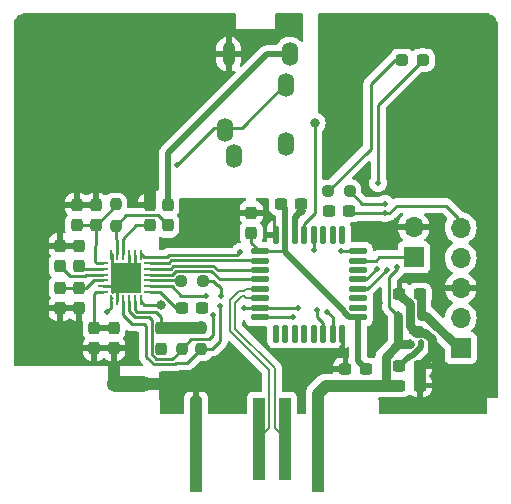
<source format=gtl>
G04 #@! TF.GenerationSoftware,KiCad,Pcbnew,7.0.7*
G04 #@! TF.CreationDate,2024-03-29T16:46:10+10:30*
G04 #@! TF.ProjectId,hawk,6861776b-2e6b-4696-9361-645f70636258,1*
G04 #@! TF.SameCoordinates,Original*
G04 #@! TF.FileFunction,Copper,L1,Top*
G04 #@! TF.FilePolarity,Positive*
%FSLAX46Y46*%
G04 Gerber Fmt 4.6, Leading zero omitted, Abs format (unit mm)*
G04 Created by KiCad (PCBNEW 7.0.7) date 2024-03-29 16:46:10*
%MOMM*%
%LPD*%
G01*
G04 APERTURE LIST*
G04 Aperture macros list*
%AMRoundRect*
0 Rectangle with rounded corners*
0 $1 Rounding radius*
0 $2 $3 $4 $5 $6 $7 $8 $9 X,Y pos of 4 corners*
0 Add a 4 corners polygon primitive as box body*
4,1,4,$2,$3,$4,$5,$6,$7,$8,$9,$2,$3,0*
0 Add four circle primitives for the rounded corners*
1,1,$1+$1,$2,$3*
1,1,$1+$1,$4,$5*
1,1,$1+$1,$6,$7*
1,1,$1+$1,$8,$9*
0 Add four rect primitives between the rounded corners*
20,1,$1+$1,$2,$3,$4,$5,0*
20,1,$1+$1,$4,$5,$6,$7,0*
20,1,$1+$1,$6,$7,$8,$9,0*
20,1,$1+$1,$8,$9,$2,$3,0*%
G04 Aperture macros list end*
G04 #@! TA.AperFunction,SMDPad,CuDef*
%ADD10R,0.550000X0.800000*%
G04 #@! TD*
G04 #@! TA.AperFunction,SMDPad,CuDef*
%ADD11O,0.550000X0.800000*%
G04 #@! TD*
G04 #@! TA.AperFunction,SMDPad,CuDef*
%ADD12R,0.812800X0.254000*%
G04 #@! TD*
G04 #@! TA.AperFunction,SMDPad,CuDef*
%ADD13R,0.254000X0.812800*%
G04 #@! TD*
G04 #@! TA.AperFunction,SMDPad,CuDef*
%ADD14R,2.641600X2.641600*%
G04 #@! TD*
G04 #@! TA.AperFunction,SMDPad,CuDef*
%ADD15RoundRect,0.237500X-0.237500X0.250000X-0.237500X-0.250000X0.237500X-0.250000X0.237500X0.250000X0*%
G04 #@! TD*
G04 #@! TA.AperFunction,SMDPad,CuDef*
%ADD16RoundRect,0.237500X0.300000X0.237500X-0.300000X0.237500X-0.300000X-0.237500X0.300000X-0.237500X0*%
G04 #@! TD*
G04 #@! TA.AperFunction,SMDPad,CuDef*
%ADD17RoundRect,0.237500X-0.300000X-0.237500X0.300000X-0.237500X0.300000X0.237500X-0.300000X0.237500X0*%
G04 #@! TD*
G04 #@! TA.AperFunction,SMDPad,CuDef*
%ADD18RoundRect,0.237500X0.250000X0.237500X-0.250000X0.237500X-0.250000X-0.237500X0.250000X-0.237500X0*%
G04 #@! TD*
G04 #@! TA.AperFunction,SMDPad,CuDef*
%ADD19RoundRect,0.237500X-0.237500X0.300000X-0.237500X-0.300000X0.237500X-0.300000X0.237500X0.300000X0*%
G04 #@! TD*
G04 #@! TA.AperFunction,ComponentPad*
%ADD20C,1.300000*%
G04 #@! TD*
G04 #@! TA.AperFunction,SMDPad,CuDef*
%ADD21R,1.000000X7.000000*%
G04 #@! TD*
G04 #@! TA.AperFunction,SMDPad,CuDef*
%ADD22RoundRect,0.237500X0.237500X-0.300000X0.237500X0.300000X-0.237500X0.300000X-0.237500X-0.300000X0*%
G04 #@! TD*
G04 #@! TA.AperFunction,SMDPad,CuDef*
%ADD23RoundRect,0.125000X0.125000X0.625000X-0.125000X0.625000X-0.125000X-0.625000X0.125000X-0.625000X0*%
G04 #@! TD*
G04 #@! TA.AperFunction,SMDPad,CuDef*
%ADD24RoundRect,0.125000X0.625000X0.125000X-0.625000X0.125000X-0.625000X-0.125000X0.625000X-0.125000X0*%
G04 #@! TD*
G04 #@! TA.AperFunction,SMDPad,CuDef*
%ADD25RoundRect,0.237500X0.287500X0.237500X-0.287500X0.237500X-0.287500X-0.237500X0.287500X-0.237500X0*%
G04 #@! TD*
G04 #@! TA.AperFunction,SMDPad,CuDef*
%ADD26RoundRect,0.237500X0.237500X-0.250000X0.237500X0.250000X-0.237500X0.250000X-0.237500X-0.250000X0*%
G04 #@! TD*
G04 #@! TA.AperFunction,SMDPad,CuDef*
%ADD27R,1.000000X8.000000*%
G04 #@! TD*
G04 #@! TA.AperFunction,SMDPad,CuDef*
%ADD28RoundRect,0.237500X-0.250000X-0.237500X0.250000X-0.237500X0.250000X0.237500X-0.250000X0.237500X0*%
G04 #@! TD*
G04 #@! TA.AperFunction,ComponentPad*
%ADD29O,1.700000X1.700000*%
G04 #@! TD*
G04 #@! TA.AperFunction,ComponentPad*
%ADD30R,1.700000X1.700000*%
G04 #@! TD*
G04 #@! TA.AperFunction,ComponentPad*
%ADD31O,1.371600X2.006600*%
G04 #@! TD*
G04 #@! TA.AperFunction,ComponentPad*
%ADD32O,1.100000X2.000000*%
G04 #@! TD*
G04 #@! TA.AperFunction,ViaPad*
%ADD33C,0.800000*%
G04 #@! TD*
G04 #@! TA.AperFunction,ViaPad*
%ADD34C,0.500000*%
G04 #@! TD*
G04 #@! TA.AperFunction,Conductor*
%ADD35C,0.250000*%
G04 #@! TD*
G04 #@! TA.AperFunction,Conductor*
%ADD36C,0.500000*%
G04 #@! TD*
G04 #@! TA.AperFunction,Conductor*
%ADD37C,0.750000*%
G04 #@! TD*
G04 #@! TA.AperFunction,Conductor*
%ADD38C,1.000000*%
G04 #@! TD*
G04 #@! TA.AperFunction,Conductor*
%ADD39C,0.200000*%
G04 #@! TD*
G04 APERTURE END LIST*
G04 #@! TA.AperFunction,EtchedComponent*
G36*
X139224500Y-113931500D02*
G01*
X136624500Y-113931500D01*
X136624500Y-112631500D01*
X139224500Y-112631500D01*
X139224500Y-113931500D01*
G37*
G04 #@! TD.AperFunction*
D10*
X162623501Y-107509500D03*
D11*
X161673500Y-107509500D03*
X160723499Y-107509500D03*
X160723499Y-109909500D03*
X161673500Y-109909500D03*
X162623501Y-109909500D03*
D12*
X135727400Y-103014500D03*
X135727400Y-103514499D03*
X135727400Y-104014500D03*
X135727400Y-104514500D03*
X135727400Y-105014501D03*
X135727400Y-105514500D03*
D13*
X136420500Y-106207600D03*
X136920499Y-106207600D03*
X137420500Y-106207600D03*
X137920500Y-106207600D03*
X138420501Y-106207600D03*
X138920500Y-106207600D03*
D12*
X139613600Y-105514500D03*
X139613600Y-105014501D03*
X139613600Y-104514500D03*
X139613600Y-104014500D03*
X139613600Y-103514499D03*
X139613600Y-103014500D03*
D13*
X138920500Y-102321400D03*
X138420501Y-102321400D03*
X137920500Y-102321400D03*
X137420500Y-102321400D03*
X136920499Y-102321400D03*
X136420500Y-102321400D03*
D14*
X137670500Y-104264500D03*
D15*
X144020500Y-110323500D03*
X144020500Y-108498500D03*
D16*
X156239000Y-112011500D03*
X157964000Y-112011500D03*
D17*
X162536000Y-113408500D03*
X160811000Y-113408500D03*
D18*
X142346000Y-104518500D03*
X144171000Y-104518500D03*
D19*
X139668700Y-99853500D03*
X139668700Y-98128500D03*
D20*
X136624500Y-113281500D03*
X139224500Y-113281500D03*
D21*
X151141155Y-117923795D03*
D16*
X154808200Y-98610000D03*
X156533200Y-98610000D03*
D17*
X162536000Y-111757500D03*
X160811000Y-111757500D03*
D19*
X141192700Y-99853500D03*
X141192700Y-98128500D03*
D22*
X135130500Y-98128500D03*
X135130500Y-99853500D03*
D23*
X155948500Y-109004500D03*
X155148500Y-109004500D03*
X154348500Y-109004500D03*
X153548500Y-109004500D03*
X152748500Y-109004500D03*
X151948500Y-109004500D03*
X151148500Y-109004500D03*
X150348500Y-109004500D03*
D24*
X148973500Y-107629500D03*
X148973500Y-106829500D03*
X148973500Y-106029500D03*
X148973500Y-105229500D03*
X148973500Y-104429500D03*
X148973500Y-103629500D03*
X148973500Y-102829500D03*
X148973500Y-102029500D03*
D23*
X150348500Y-100654500D03*
X151148500Y-100654500D03*
X151948500Y-100654500D03*
X152748500Y-100654500D03*
X153548500Y-100654500D03*
X154348500Y-100654500D03*
X155148500Y-100654500D03*
X155948500Y-100654500D03*
D24*
X157323500Y-102029500D03*
X157323500Y-102829500D03*
X157323500Y-103629500D03*
X157323500Y-104429500D03*
X157323500Y-105229500D03*
X157323500Y-106029500D03*
X157323500Y-106829500D03*
X157323500Y-107629500D03*
D22*
X133479500Y-98128500D03*
X133479500Y-99853500D03*
D25*
X161052500Y-85849500D03*
X162802500Y-85849500D03*
D19*
X140659100Y-110273500D03*
X140659100Y-108548500D03*
D22*
X148252500Y-98776000D03*
X148252500Y-100501000D03*
D19*
X136620700Y-110267500D03*
X136620700Y-108542500D03*
D22*
X132082500Y-101557500D03*
X132082500Y-103282500D03*
D19*
X133699700Y-106878500D03*
X133699700Y-105153500D03*
D16*
X160811000Y-105661500D03*
X162536000Y-105661500D03*
D22*
X133699700Y-101557500D03*
X133699700Y-103282500D03*
D17*
X152503000Y-98041500D03*
X150778000Y-98041500D03*
D21*
X148890614Y-117929844D03*
D26*
X136781500Y-98078500D03*
X136781500Y-99903500D03*
D17*
X144121000Y-106804500D03*
X142396000Y-106804500D03*
D27*
X153878516Y-118421729D03*
X143574057Y-118421729D03*
D19*
X134969700Y-110267500D03*
X134969700Y-108542500D03*
D28*
X156583200Y-96959000D03*
X154758200Y-96959000D03*
D19*
X132082500Y-106878500D03*
X132082500Y-105153500D03*
D15*
X142369500Y-110323500D03*
X142369500Y-108498500D03*
D29*
X162020700Y-100012000D03*
D30*
X162020700Y-102552000D03*
D29*
X165991500Y-100068500D03*
X165991500Y-102608500D03*
X165991500Y-105148500D03*
X165991500Y-107688500D03*
D30*
X165991500Y-110228500D03*
D31*
X151243300Y-92986900D03*
X146843301Y-93986901D03*
X146043300Y-91786900D03*
X151243300Y-87986900D03*
D32*
X146343299Y-85365251D03*
D31*
X151543299Y-85365251D03*
D33*
X144020500Y-108498500D03*
X157964000Y-112011500D03*
X146179500Y-112265500D03*
X152503000Y-98622500D03*
X145290500Y-112265500D03*
X159006500Y-106423500D03*
X154688500Y-110741500D03*
X147068500Y-114932500D03*
X154808200Y-98610000D03*
X164086500Y-104518500D03*
X145290500Y-113154500D03*
X145290500Y-114043500D03*
X140659100Y-110273500D03*
X146179500Y-113154500D03*
X146179500Y-114932500D03*
X146179500Y-114043500D03*
X140587201Y-106554799D03*
X155196500Y-83563500D03*
X145290500Y-114932500D03*
X157736500Y-100073500D03*
X148252500Y-98776000D03*
X147068500Y-113154500D03*
X147068500Y-114043500D03*
X164086500Y-101343500D03*
X145290500Y-111376500D03*
X160811000Y-105661500D03*
X144121000Y-106804500D03*
X142369500Y-106804500D03*
X134969700Y-108542500D03*
X160811000Y-111757500D03*
D34*
X159581000Y-98803500D03*
X159731836Y-103592836D03*
X160619676Y-103404500D03*
X159615036Y-98017497D03*
X151767500Y-107629500D03*
X145036500Y-107439500D03*
X154688500Y-107185500D03*
X145651000Y-106709934D03*
X153832399Y-107011887D03*
X144401500Y-105788500D03*
X155831500Y-102029500D03*
X153553132Y-101927040D03*
X147322500Y-102105500D03*
X145671500Y-105788500D03*
X147607895Y-106830818D03*
X152250500Y-106829500D03*
X158893750Y-103516750D03*
X159006500Y-96263500D03*
D33*
X129545000Y-108707000D03*
X132082500Y-101557500D03*
X130434000Y-108707000D03*
X133479500Y-98128500D03*
X136620700Y-110267500D03*
X132222000Y-109728000D03*
X138178500Y-104772500D03*
X133699700Y-106878500D03*
X137162500Y-104772500D03*
X132212000Y-110739000D03*
X131323000Y-110739000D03*
X132082500Y-106878500D03*
X138178500Y-103756500D03*
X137162500Y-103756500D03*
X139702500Y-96517500D03*
X131323000Y-108707000D03*
X130434000Y-110739000D03*
X131333000Y-109728000D03*
X135130500Y-98128500D03*
X130444000Y-109728000D03*
X129545000Y-110739000D03*
X134969700Y-110267500D03*
X129555000Y-109728000D03*
X132212000Y-108707000D03*
X133699700Y-101557500D03*
D34*
X141988500Y-94739500D03*
X136019500Y-107185500D03*
D33*
X153654995Y-91183500D03*
D35*
X138613400Y-107185500D02*
X140210500Y-107185500D01*
X138420501Y-106258400D02*
X138420501Y-106538501D01*
D36*
X156560327Y-107629500D02*
X157323500Y-107629500D01*
D35*
X138420501Y-106538501D02*
X138432500Y-106550500D01*
X148252500Y-100501000D02*
X148252500Y-101308500D01*
D37*
X162623501Y-107509500D02*
X163080000Y-107509500D01*
D38*
X140659100Y-108548500D02*
X142319500Y-108548500D01*
D35*
X138420501Y-106258400D02*
X138420501Y-106992601D01*
D36*
X157323500Y-111371000D02*
X157323500Y-107629500D01*
D35*
X151072500Y-102029500D02*
X151148500Y-102105500D01*
D36*
X151148500Y-100654500D02*
X151148500Y-98412000D01*
X151148500Y-102121500D02*
X156123500Y-107096500D01*
X151148500Y-98412000D02*
X150778000Y-98041500D01*
X151148500Y-102105500D02*
X151148500Y-102121500D01*
D37*
X162623501Y-107509500D02*
X162623501Y-105749001D01*
D36*
X157964000Y-112011500D02*
X157323500Y-111371000D01*
D35*
X140659100Y-107634100D02*
X140659100Y-108548500D01*
D38*
X142369500Y-108498500D02*
X144020500Y-108498500D01*
D37*
X162623501Y-105749001D02*
X162536000Y-105661500D01*
D35*
X140669600Y-108559000D02*
X140659100Y-108548500D01*
X148973500Y-102029500D02*
X151072500Y-102029500D01*
D38*
X144020500Y-108455500D02*
X144020500Y-108498500D01*
D36*
X156123500Y-107096500D02*
X156123500Y-107192673D01*
D35*
X142319500Y-108548500D02*
X142369500Y-108498500D01*
D37*
X163080000Y-107509500D02*
X165737500Y-110167000D01*
D35*
X148252500Y-101308500D02*
X148973500Y-102029500D01*
X140210500Y-107185500D02*
X140659100Y-107634100D01*
D36*
X151148500Y-100654500D02*
X151148500Y-102105500D01*
X156123500Y-107192673D02*
X156560327Y-107629500D01*
D35*
X138420501Y-106992601D02*
X138613400Y-107185500D01*
D37*
X163552000Y-109510917D02*
X163552000Y-110741500D01*
X162223501Y-108934500D02*
X162975583Y-108934500D01*
D38*
X139224500Y-113281500D02*
X140718500Y-113281500D01*
D37*
X160911500Y-105788500D02*
X160911500Y-105762000D01*
X160911500Y-105762000D02*
X160811000Y-105661500D01*
X161673500Y-106524000D02*
X160938000Y-105788500D01*
D36*
X151948500Y-100654500D02*
X151948500Y-99177000D01*
X151948500Y-99177000D02*
X152503000Y-98622500D01*
D35*
X139216899Y-106554799D02*
X138920500Y-106258400D01*
D38*
X162536000Y-113408500D02*
X162536000Y-111757500D01*
D37*
X161673501Y-108384500D02*
X162223501Y-108934500D01*
X160938000Y-105788500D02*
X160911500Y-105788500D01*
D38*
X143574057Y-118421729D02*
X143574057Y-114678500D01*
D37*
X163552000Y-110741500D02*
X162536000Y-111757500D01*
X161673500Y-107509500D02*
X161673500Y-106524000D01*
X162975583Y-108934500D02*
X163552000Y-109510917D01*
X161673500Y-107509500D02*
X161673501Y-108384500D01*
D35*
X140587201Y-106554799D02*
X139216899Y-106554799D01*
D38*
X143574057Y-118421729D02*
X143574057Y-114837057D01*
D36*
X136620700Y-108542500D02*
X134969700Y-108542500D01*
X162623501Y-109909500D02*
X162623501Y-110126225D01*
D35*
X160784500Y-111757500D02*
X160784500Y-111784000D01*
X160811000Y-111757500D02*
X160811000Y-111757500D01*
X141861500Y-106804500D02*
X142369500Y-106804500D01*
X134969700Y-108542500D02*
X134969700Y-108421700D01*
D36*
X162623501Y-110126225D02*
X161881226Y-110868500D01*
D35*
X134876500Y-108328500D02*
X134969700Y-108235300D01*
X142369500Y-106804500D02*
X142396000Y-106804500D01*
D36*
X161700000Y-110868500D02*
X160811000Y-111757500D01*
X161881226Y-110868500D02*
X161700000Y-110868500D01*
D35*
X140571500Y-105514500D02*
X141861500Y-106804500D01*
X135150500Y-105514500D02*
X135676600Y-105514500D01*
X134969700Y-108235300D02*
X134969700Y-105695300D01*
X136626700Y-108548500D02*
X136620700Y-108542500D01*
X134969700Y-108421700D02*
X134876500Y-108328500D01*
X160811000Y-111757500D02*
X160784500Y-111757500D01*
X134969700Y-105695300D02*
X135150500Y-105514500D01*
X140571500Y-105514500D02*
X139664400Y-105514500D01*
X165737500Y-99184500D02*
X164721500Y-98168500D01*
X165737500Y-100007000D02*
X165737500Y-99184500D01*
X156760200Y-98837000D02*
X156533200Y-98610000D01*
X158095172Y-105229500D02*
X157323500Y-105229500D01*
X164721500Y-98168500D02*
X160594000Y-98168500D01*
X157323500Y-105229500D02*
X157909896Y-105229500D01*
X159925500Y-98837000D02*
X156760200Y-98837000D01*
X159731836Y-103592836D02*
X158095172Y-105229500D01*
X160594000Y-98168500D02*
X159925500Y-98837000D01*
D37*
X160723499Y-109909500D02*
X160723499Y-107509500D01*
X160723499Y-109909500D02*
X161673500Y-109909500D01*
D35*
X157665700Y-98041500D02*
X156583200Y-96959000D01*
D38*
X160811000Y-113408500D02*
X159641500Y-113408500D01*
D35*
X159591033Y-98041500D02*
X157665700Y-98041500D01*
X159948500Y-104231773D02*
X159948500Y-106734501D01*
D37*
X159641500Y-110991499D02*
X159641500Y-113408500D01*
D35*
X160619676Y-103560597D02*
X159948500Y-104231773D01*
X160619676Y-103404500D02*
X160619676Y-103560597D01*
D37*
X160723499Y-109909500D02*
X159641500Y-110991499D01*
D38*
X159641500Y-113408500D02*
X154561500Y-113408500D01*
D35*
X159948500Y-106734501D02*
X160723499Y-107509500D01*
D38*
X154561500Y-113408500D02*
X153878516Y-114091484D01*
D35*
X159615036Y-98017497D02*
X159591033Y-98041500D01*
D38*
X153878516Y-118421729D02*
X153878516Y-114091484D01*
D35*
X151767500Y-107629500D02*
X148973500Y-107629500D01*
X139644500Y-107635500D02*
X138427004Y-107635500D01*
X144674000Y-109511000D02*
X143182000Y-109511000D01*
X141594000Y-111136000D02*
X140188605Y-111136000D01*
X155148500Y-107645500D02*
X155148500Y-109004500D01*
X139829500Y-107820500D02*
X139644500Y-107635500D01*
X140188605Y-111136000D02*
X139829500Y-110776895D01*
X139829500Y-110776895D02*
X139829500Y-107820500D01*
X142369500Y-110360500D02*
X141594000Y-111136000D01*
X154688500Y-107185500D02*
X155148500Y-107645500D01*
X145036500Y-109148500D02*
X144674000Y-109511000D01*
X145036500Y-107439500D02*
X145036500Y-109148500D01*
X138427004Y-107635500D02*
X137920500Y-107128996D01*
X137920500Y-107128996D02*
X137920500Y-106258400D01*
X142369500Y-110323500D02*
X142369500Y-110360500D01*
X143182000Y-109511000D02*
X142369500Y-110323500D01*
X139379500Y-108386500D02*
X139379500Y-110963291D01*
X153832399Y-107011887D02*
X153832399Y-107599399D01*
X145651000Y-106709934D02*
X145651000Y-109619000D01*
X137420500Y-106258400D02*
X137420500Y-107443500D01*
X139379500Y-110963291D02*
X140002209Y-111586000D01*
X138178500Y-108201500D02*
X139194500Y-108201500D01*
X140002209Y-111586000D02*
X141780396Y-111586000D01*
X153832399Y-107599399D02*
X154348500Y-108115500D01*
X142840500Y-111503500D02*
X144020500Y-110323500D01*
X141780396Y-111586000D02*
X141862896Y-111503500D01*
X139194500Y-108201500D02*
X139379500Y-108386500D01*
X144946500Y-110323500D02*
X144020500Y-110323500D01*
X145651000Y-109619000D02*
X144946500Y-110323500D01*
X154348500Y-108115500D02*
X154348500Y-109004500D01*
X137420500Y-107443500D02*
X138178500Y-108201500D01*
X141862896Y-111503500D02*
X142840500Y-111503500D01*
D39*
X146912500Y-106389700D02*
X147447700Y-105854500D01*
X151141155Y-117923795D02*
X150243910Y-117026550D01*
X147673499Y-105854500D02*
X147848499Y-106029500D01*
X150243910Y-111947710D02*
X146912500Y-108616300D01*
X147447700Y-105854500D02*
X147673499Y-105854500D01*
X150243910Y-117026550D02*
X150243910Y-111947710D01*
X147848499Y-106029500D02*
X148973500Y-106029500D01*
X146912500Y-108616300D02*
X146912500Y-106389700D01*
D35*
X161743200Y-102829500D02*
X162020700Y-102552000D01*
X159068000Y-102552000D02*
X162020700Y-102552000D01*
X157323500Y-102829500D02*
X158790500Y-102829500D01*
X158790500Y-102829500D02*
X159068000Y-102552000D01*
X144401500Y-105788500D02*
X142333005Y-105788500D01*
X142333005Y-105788500D02*
X141559006Y-105014501D01*
X141559006Y-105014501D02*
X139664400Y-105014501D01*
X155831500Y-102029500D02*
X157323500Y-102029500D01*
X140718500Y-102564500D02*
X140716500Y-102562500D01*
X147322500Y-102105500D02*
X147059500Y-102368500D01*
X153553132Y-101927040D02*
X153553132Y-100659132D01*
X141107817Y-102564500D02*
X140718500Y-102564500D01*
X139212400Y-102562500D02*
X138920500Y-102270600D01*
X141303817Y-102368500D02*
X141107817Y-102564500D01*
X153553132Y-100659132D02*
X153548500Y-100654500D01*
X140716500Y-102562500D02*
X139212400Y-102562500D01*
X147059500Y-102368500D02*
X141303817Y-102368500D01*
X141294213Y-103014500D02*
X141490213Y-102818500D01*
X148973500Y-102829500D02*
X148962500Y-102818500D01*
X148962500Y-102818500D02*
X141490213Y-102818500D01*
X139664400Y-103014500D02*
X141294213Y-103014500D01*
X141676609Y-103268500D02*
X145057896Y-103268500D01*
X145057896Y-103268500D02*
X145418896Y-103629500D01*
X139664400Y-103514499D02*
X141430610Y-103514499D01*
X141430610Y-103514499D02*
X141676609Y-103268500D01*
X145418896Y-103629500D02*
X148973500Y-103629500D01*
X144871500Y-103718500D02*
X141863005Y-103718500D01*
X148973500Y-104429500D02*
X145582500Y-104429500D01*
X141567005Y-104014500D02*
X139664400Y-104014500D01*
X141863005Y-103718500D02*
X141567005Y-104014500D01*
X145582500Y-104429500D02*
X144871500Y-103718500D01*
X152250500Y-106829500D02*
X148973500Y-106829500D01*
X145035104Y-104518500D02*
X144171000Y-104518500D01*
X147607895Y-106830818D02*
X148972182Y-106830818D01*
X145396104Y-104879500D02*
X145035104Y-104518500D01*
X145671500Y-105788500D02*
X145671500Y-105135124D01*
X145415876Y-104879500D02*
X145396104Y-104879500D01*
X148972182Y-106830818D02*
X148973500Y-106829500D01*
X145671500Y-105135124D02*
X145415876Y-104879500D01*
X158893750Y-103516750D02*
X157981000Y-104429500D01*
X159006500Y-89645500D02*
X162802500Y-85849500D01*
X162802500Y-85454500D02*
X162802500Y-85849500D01*
X159006500Y-96263500D02*
X159006500Y-89645500D01*
X157981000Y-104429500D02*
X157323500Y-104429500D01*
X158371500Y-87894104D02*
X158371500Y-93345700D01*
X158371500Y-93345700D02*
X154758200Y-96959000D01*
X160416104Y-85849500D02*
X158371500Y-87894104D01*
X161052500Y-85849500D02*
X160416104Y-85849500D01*
D38*
X130434000Y-110739000D02*
X130429000Y-110744000D01*
D35*
X136458800Y-103052800D02*
X137162500Y-103756500D01*
D38*
X130439000Y-109733000D02*
X129560000Y-109733000D01*
X132232000Y-109728000D02*
X132227000Y-109733000D01*
X131318000Y-110744000D02*
X130439000Y-110744000D01*
D35*
X136920499Y-106258400D02*
X136920499Y-105014501D01*
X139668700Y-98128500D02*
X139668700Y-98075300D01*
X135676600Y-105014501D02*
X136920499Y-105014501D01*
D38*
X132207000Y-108712000D02*
X131328000Y-108712000D01*
X132217000Y-110744000D02*
X132212000Y-110739000D01*
X130429000Y-110744000D02*
X129550000Y-110744000D01*
D35*
X136458800Y-102308900D02*
X136458800Y-103052800D01*
D38*
X131333000Y-109728000D02*
X131328000Y-109733000D01*
X130429000Y-108712000D02*
X129550000Y-108712000D01*
X131328000Y-109733000D02*
X130449000Y-109733000D01*
D35*
X139668700Y-98075300D02*
X139702500Y-98041500D01*
D38*
X132222000Y-109728000D02*
X132217000Y-109733000D01*
X131318000Y-108712000D02*
X130439000Y-108712000D01*
D35*
X136920499Y-105014501D02*
X137162500Y-104772500D01*
D38*
X131328000Y-108712000D02*
X131323000Y-108707000D01*
X132212000Y-108707000D02*
X132207000Y-108712000D01*
X132207000Y-110744000D02*
X131328000Y-110744000D01*
D35*
X136458800Y-105476200D02*
X137670500Y-104264500D01*
X138420501Y-103514499D02*
X138178500Y-103756500D01*
X137920500Y-102321400D02*
X137920500Y-103498500D01*
D38*
X136624500Y-113281500D02*
X136624500Y-111787500D01*
X132227000Y-109733000D02*
X132222000Y-109728000D01*
D35*
X136420500Y-102270600D02*
X136458800Y-102308900D01*
D38*
X129560000Y-109733000D02*
X129555000Y-109728000D01*
X130449000Y-109733000D02*
X130444000Y-109728000D01*
X131323000Y-110739000D02*
X131318000Y-110744000D01*
X132217000Y-108712000D02*
X132212000Y-108707000D01*
X129550000Y-110744000D02*
X129545000Y-110739000D01*
X131323000Y-108707000D02*
X131318000Y-108712000D01*
X130439000Y-110744000D02*
X130434000Y-110739000D01*
X130444000Y-109728000D02*
X130439000Y-109733000D01*
D35*
X136458800Y-105476200D02*
X137162500Y-104772500D01*
X137920500Y-103498500D02*
X138178500Y-103756500D01*
D38*
X132217000Y-109733000D02*
X131338000Y-109733000D01*
X131338000Y-109733000D02*
X131333000Y-109728000D01*
X129555000Y-109728000D02*
X129550000Y-109733000D01*
X129545000Y-108707000D02*
X129540000Y-108712000D01*
D35*
X138420501Y-102321400D02*
X138420501Y-103514499D01*
D38*
X131328000Y-110744000D02*
X131323000Y-110739000D01*
X130439000Y-108712000D02*
X130434000Y-108707000D01*
X129545000Y-110739000D02*
X129540000Y-110744000D01*
X130434000Y-108707000D02*
X130429000Y-108712000D01*
X129550000Y-108712000D02*
X129545000Y-108707000D01*
X139702500Y-98041500D02*
X139702500Y-96517500D01*
X132212000Y-110739000D02*
X132207000Y-110744000D01*
D39*
X147261300Y-105404500D02*
X147673499Y-105404500D01*
X146462500Y-106203300D02*
X147261300Y-105404500D01*
X147848499Y-105229500D02*
X148973500Y-105229500D01*
X147673499Y-105404500D02*
X147848499Y-105229500D01*
X149793908Y-117026550D02*
X149793908Y-112134108D01*
X149793908Y-112134108D02*
X146462500Y-108802700D01*
X146462500Y-108802700D02*
X146462500Y-106203300D01*
X148890614Y-117929844D02*
X149793908Y-117026550D01*
D35*
X137416500Y-102266600D02*
X137416500Y-100962500D01*
X138525500Y-99853500D02*
X139668700Y-99853500D01*
X137420500Y-102270600D02*
X137416500Y-102266600D01*
X137416500Y-100962500D02*
X138525500Y-99853500D01*
X136781500Y-99903500D02*
X136781500Y-100962500D01*
X136920499Y-101101499D02*
X136781500Y-100962500D01*
X140330200Y-98991000D02*
X141192700Y-99853500D01*
X137694000Y-98991000D02*
X140330200Y-98991000D01*
X136781500Y-99903500D02*
X137694000Y-98991000D01*
X136920499Y-102270600D02*
X136920499Y-101101499D01*
D36*
X141192700Y-98128500D02*
X141192700Y-93757300D01*
X149584749Y-85365251D02*
X151543299Y-85365251D01*
X141192700Y-93757300D02*
X149584749Y-85365251D01*
D35*
X134303401Y-105153500D02*
X134942401Y-104514500D01*
X134942401Y-104514500D02*
X135676600Y-104514500D01*
X132175700Y-105153500D02*
X133699700Y-105153500D01*
X133699700Y-105153500D02*
X134303401Y-105153500D01*
X134170195Y-104145000D02*
X132945000Y-104145000D01*
X132945000Y-104145000D02*
X132082500Y-103282500D01*
X135676600Y-104014500D02*
X134300695Y-104014500D01*
X134300695Y-104014500D02*
X134170195Y-104145000D01*
X133931699Y-103514499D02*
X133699700Y-103282500D01*
X135676600Y-103514499D02*
X133931699Y-103514499D01*
X135150500Y-103014500D02*
X135003500Y-102867500D01*
X136781500Y-98078500D02*
X136781500Y-98018000D01*
X135676600Y-103014500D02*
X135150500Y-103014500D01*
X136781500Y-98202500D02*
X135130500Y-99853500D01*
X133479500Y-99853500D02*
X135130500Y-99853500D01*
X135003500Y-102867500D02*
X135003500Y-101597500D01*
X135003500Y-101597500D02*
X135130500Y-101470500D01*
X136781500Y-98078500D02*
X136781500Y-98202500D01*
X135130500Y-101470500D02*
X135130500Y-99853500D01*
X136420500Y-105966500D02*
X136458800Y-105966500D01*
X136420500Y-106784500D02*
X136019500Y-107185500D01*
X136420500Y-106258400D02*
X136420500Y-106784500D01*
X145125001Y-91602999D02*
X146045500Y-91602999D01*
X147445500Y-91602999D02*
X151245500Y-87802999D01*
X146045500Y-91602999D02*
X147445500Y-91602999D01*
X141988500Y-94739500D02*
X145125001Y-91602999D01*
X142342000Y-104514500D02*
X142346000Y-104518500D01*
X139664400Y-104514500D02*
X142342000Y-104514500D01*
X152748500Y-99709995D02*
X152748500Y-100654500D01*
X153654995Y-98803500D02*
X152748500Y-99709995D01*
X153654995Y-91183500D02*
X153654995Y-98803500D01*
G04 #@! TA.AperFunction,Conductor*
G36*
X146918839Y-81896685D02*
G01*
X146964594Y-81949489D01*
X146975800Y-82001000D01*
X146975800Y-83224467D01*
X146975716Y-83224889D01*
X146975759Y-83249001D01*
X146975800Y-83249099D01*
X146975916Y-83249382D01*
X146975918Y-83249384D01*
X146976108Y-83249462D01*
X146976300Y-83249541D01*
X146976302Y-83249539D01*
X147000916Y-83249524D01*
X147000916Y-83249528D01*
X147001060Y-83249500D01*
X150251540Y-83249500D01*
X150251683Y-83249528D01*
X150251684Y-83249524D01*
X150276297Y-83249539D01*
X150276300Y-83249541D01*
X150276683Y-83249383D01*
X150276800Y-83249099D01*
X150276841Y-83249000D01*
X150276840Y-83248997D01*
X150276883Y-83224889D01*
X150276800Y-83224467D01*
X150276800Y-82001000D01*
X150296485Y-81933961D01*
X150349289Y-81888206D01*
X150400800Y-81877000D01*
X152532500Y-81877000D01*
X152599539Y-81896685D01*
X152645294Y-81949489D01*
X152656500Y-82001000D01*
X152656500Y-84183379D01*
X152636815Y-84250418D01*
X152584011Y-84296173D01*
X152514853Y-84306117D01*
X152451297Y-84277092D01*
X152433546Y-84258106D01*
X152427740Y-84250418D01*
X152423741Y-84245122D01*
X152261267Y-84097008D01*
X152236200Y-84081487D01*
X152074345Y-83981270D01*
X152074343Y-83981269D01*
X152003581Y-83953856D01*
X151869336Y-83901849D01*
X151653226Y-83861451D01*
X151433372Y-83861451D01*
X151217262Y-83901849D01*
X151160018Y-83924025D01*
X151012254Y-83981269D01*
X151012252Y-83981270D01*
X150825335Y-84097005D01*
X150825333Y-84097006D01*
X150825331Y-84097008D01*
X150730586Y-84183379D01*
X150662856Y-84245123D01*
X150530367Y-84420566D01*
X150530360Y-84420578D01*
X150467897Y-84546022D01*
X150420394Y-84597260D01*
X150356897Y-84614751D01*
X149648457Y-84614751D01*
X149630486Y-84613442D01*
X149606728Y-84609962D01*
X149606722Y-84609961D01*
X149561652Y-84613905D01*
X149554680Y-84614515D01*
X149549279Y-84614751D01*
X149541038Y-84614751D01*
X149519328Y-84617288D01*
X149508473Y-84618557D01*
X149493168Y-84619895D01*
X149431948Y-84625252D01*
X149424881Y-84626711D01*
X149424869Y-84626655D01*
X149417512Y-84628286D01*
X149417526Y-84628343D01*
X149410492Y-84630010D01*
X149338324Y-84656276D01*
X149265424Y-84680432D01*
X149258875Y-84683487D01*
X149258850Y-84683434D01*
X149252057Y-84686722D01*
X149252083Y-84686774D01*
X149245629Y-84690015D01*
X149181457Y-84732222D01*
X149116096Y-84772536D01*
X149110432Y-84777016D01*
X149110396Y-84776970D01*
X149104547Y-84781735D01*
X149104584Y-84781779D01*
X149099059Y-84786415D01*
X149046346Y-84842286D01*
X147505486Y-86383145D01*
X147444163Y-86416630D01*
X147374471Y-86411646D01*
X147318538Y-86369774D01*
X147294121Y-86304310D01*
X147308448Y-86237009D01*
X147318065Y-86219016D01*
X147378107Y-86021085D01*
X147393299Y-85866835D01*
X147393299Y-85615251D01*
X146872099Y-85615251D01*
X146805060Y-85595566D01*
X146759305Y-85542762D01*
X146748099Y-85491251D01*
X146748099Y-85239251D01*
X146767784Y-85172212D01*
X146820588Y-85126457D01*
X146872099Y-85115251D01*
X147393299Y-85115251D01*
X147393299Y-84863666D01*
X147378107Y-84709416D01*
X147318065Y-84511484D01*
X147220570Y-84329084D01*
X147220566Y-84329077D01*
X147089354Y-84169195D01*
X146929472Y-84037983D01*
X146929465Y-84037979D01*
X146747062Y-83940483D01*
X146593299Y-83893838D01*
X146593299Y-84475004D01*
X146573614Y-84542043D01*
X146520810Y-84587798D01*
X146480741Y-84598475D01*
X146358445Y-84609807D01*
X146358436Y-84609810D01*
X146272570Y-84652566D01*
X146203785Y-84664827D01*
X146139290Y-84637954D01*
X146099562Y-84580478D01*
X146093299Y-84541566D01*
X146093299Y-83893838D01*
X145939535Y-83940483D01*
X145757132Y-84037979D01*
X145757125Y-84037983D01*
X145597243Y-84169195D01*
X145466031Y-84329077D01*
X145466027Y-84329084D01*
X145368532Y-84511484D01*
X145308490Y-84709416D01*
X145293299Y-84863666D01*
X145293299Y-85115251D01*
X146014499Y-85115251D01*
X146081538Y-85134936D01*
X146127293Y-85187740D01*
X146138499Y-85239251D01*
X146138499Y-85491251D01*
X146118814Y-85558290D01*
X146066010Y-85604045D01*
X146014499Y-85615251D01*
X145293299Y-85615251D01*
X145293299Y-85866835D01*
X145308490Y-86021085D01*
X145368532Y-86219017D01*
X145466027Y-86401417D01*
X145466031Y-86401424D01*
X145597243Y-86561306D01*
X145757125Y-86692518D01*
X145757132Y-86692522D01*
X145939532Y-86790017D01*
X146093299Y-86836661D01*
X146093299Y-86189116D01*
X146112984Y-86122077D01*
X146165788Y-86076322D01*
X146234946Y-86066378D01*
X146292026Y-86090162D01*
X146305082Y-86100022D01*
X146305083Y-86100022D01*
X146305084Y-86100023D01*
X146305085Y-86100023D01*
X146305087Y-86100024D01*
X146351143Y-86113128D01*
X146414688Y-86131208D01*
X146457860Y-86127207D01*
X146526426Y-86140621D01*
X146576859Y-86188978D01*
X146593299Y-86250678D01*
X146593299Y-86836661D01*
X146747064Y-86790017D01*
X146765057Y-86780400D01*
X146833460Y-86766157D01*
X146898704Y-86791156D01*
X146940075Y-86847460D01*
X146944439Y-86917194D01*
X146911193Y-86977438D01*
X140707058Y-93181572D01*
X140693429Y-93193351D01*
X140674168Y-93207690D01*
X140640598Y-93247697D01*
X140636953Y-93251676D01*
X140631109Y-93257522D01*
X140610759Y-93283259D01*
X140561395Y-93342089D01*
X140557429Y-93348119D01*
X140557382Y-93348088D01*
X140553330Y-93354447D01*
X140553379Y-93354477D01*
X140549589Y-93360621D01*
X140517124Y-93430241D01*
X140482660Y-93498866D01*
X140480188Y-93505657D01*
X140480132Y-93505636D01*
X140477660Y-93512750D01*
X140477715Y-93512769D01*
X140475442Y-93519627D01*
X140467674Y-93557246D01*
X140459907Y-93594865D01*
X140448238Y-93644101D01*
X140442198Y-93669586D01*
X140441361Y-93676754D01*
X140441301Y-93676747D01*
X140440535Y-93684245D01*
X140440595Y-93684251D01*
X140439965Y-93691440D01*
X140442200Y-93768216D01*
X140442200Y-96774500D01*
X140422515Y-96841539D01*
X140369711Y-96887294D01*
X140318200Y-96898500D01*
X139702500Y-96898500D01*
X139702500Y-98365500D01*
X137880999Y-98365500D01*
X137813960Y-98345815D01*
X137768205Y-98293011D01*
X137756999Y-98241500D01*
X137756999Y-97878500D01*
X138693700Y-97878500D01*
X139418700Y-97878500D01*
X139418700Y-97091000D01*
X139382061Y-97091000D01*
X139382043Y-97091001D01*
X139281047Y-97101319D01*
X139117399Y-97155546D01*
X139117388Y-97155551D01*
X138970665Y-97246052D01*
X138970661Y-97246055D01*
X138848755Y-97367961D01*
X138848752Y-97367965D01*
X138758251Y-97514688D01*
X138758246Y-97514699D01*
X138704019Y-97678347D01*
X138693700Y-97779345D01*
X138693700Y-97878500D01*
X137756999Y-97878500D01*
X137756999Y-97779330D01*
X137756998Y-97779313D01*
X137746674Y-97678247D01*
X137738555Y-97653747D01*
X137692408Y-97514484D01*
X137601840Y-97367650D01*
X137479850Y-97245660D01*
X137388629Y-97189395D01*
X137333018Y-97155093D01*
X137333013Y-97155091D01*
X137331569Y-97154612D01*
X137169253Y-97100826D01*
X137169251Y-97100825D01*
X137068178Y-97090500D01*
X136494830Y-97090500D01*
X136494812Y-97090501D01*
X136393747Y-97100825D01*
X136229984Y-97155092D01*
X136229981Y-97155093D01*
X136083148Y-97245661D01*
X136043326Y-97285483D01*
X135982003Y-97318968D01*
X135912311Y-97313982D01*
X135867965Y-97285482D01*
X135828538Y-97246055D01*
X135828534Y-97246052D01*
X135681811Y-97155551D01*
X135681800Y-97155546D01*
X135518152Y-97101319D01*
X135417154Y-97091000D01*
X135380500Y-97091000D01*
X135380500Y-98254500D01*
X135360815Y-98321539D01*
X135308011Y-98367294D01*
X135256500Y-98378500D01*
X132504501Y-98378500D01*
X132504501Y-98477654D01*
X132514819Y-98578652D01*
X132569046Y-98742300D01*
X132569051Y-98742311D01*
X132659552Y-98889034D01*
X132659555Y-98889038D01*
X132673482Y-98902965D01*
X132706967Y-98964288D01*
X132701983Y-99033980D01*
X132673484Y-99078325D01*
X132659161Y-99092648D01*
X132568593Y-99239481D01*
X132568591Y-99239484D01*
X132568592Y-99239484D01*
X132514326Y-99403247D01*
X132514326Y-99403248D01*
X132514325Y-99403248D01*
X132504000Y-99504315D01*
X132504000Y-100202669D01*
X132504001Y-100202687D01*
X132514325Y-100303752D01*
X132514326Y-100303755D01*
X132533328Y-100361098D01*
X132535730Y-100430926D01*
X132499998Y-100490968D01*
X132437478Y-100522161D01*
X132403021Y-100523460D01*
X132369158Y-100520000D01*
X132332500Y-100520000D01*
X132332500Y-101307500D01*
X133825700Y-101307500D01*
X133892739Y-101327185D01*
X133938494Y-101379989D01*
X133949700Y-101431500D01*
X133949700Y-101683500D01*
X133930015Y-101750539D01*
X133877211Y-101796294D01*
X133825700Y-101807500D01*
X131107501Y-101807500D01*
X131107501Y-101906654D01*
X131117819Y-102007652D01*
X131172046Y-102171300D01*
X131172051Y-102171311D01*
X131262552Y-102318034D01*
X131262555Y-102318038D01*
X131276482Y-102331965D01*
X131309967Y-102393288D01*
X131304983Y-102462980D01*
X131276484Y-102507325D01*
X131262161Y-102521648D01*
X131171593Y-102668481D01*
X131171591Y-102668484D01*
X131171592Y-102668484D01*
X131117326Y-102832247D01*
X131117326Y-102832248D01*
X131117325Y-102832248D01*
X131107000Y-102933315D01*
X131107000Y-103631669D01*
X131107001Y-103631687D01*
X131117325Y-103732752D01*
X131152741Y-103839627D01*
X131171592Y-103896516D01*
X131253617Y-104029500D01*
X131262161Y-104043351D01*
X131349129Y-104130319D01*
X131382614Y-104191642D01*
X131377630Y-104261334D01*
X131349129Y-104305681D01*
X131262161Y-104392648D01*
X131171593Y-104539481D01*
X131171591Y-104539484D01*
X131171592Y-104539484D01*
X131117326Y-104703247D01*
X131117326Y-104703248D01*
X131117325Y-104703248D01*
X131107000Y-104804315D01*
X131107000Y-105502669D01*
X131107001Y-105502687D01*
X131117325Y-105603752D01*
X131171592Y-105767515D01*
X131171593Y-105767518D01*
X131262161Y-105914351D01*
X131276482Y-105928672D01*
X131309967Y-105989995D01*
X131304983Y-106059687D01*
X131276485Y-106104032D01*
X131262552Y-106117965D01*
X131172051Y-106264688D01*
X131172046Y-106264699D01*
X131117819Y-106428347D01*
X131107500Y-106529345D01*
X131107500Y-106628500D01*
X133825700Y-106628500D01*
X133892739Y-106648185D01*
X133938494Y-106700989D01*
X133949700Y-106752500D01*
X133949699Y-107915998D01*
X133980664Y-107946963D01*
X134014149Y-108008286D01*
X134010690Y-108073646D01*
X134004525Y-108092249D01*
X133994200Y-108193315D01*
X133994200Y-108891669D01*
X133994201Y-108891687D01*
X134004525Y-108992752D01*
X134040809Y-109102249D01*
X134058792Y-109156516D01*
X134149359Y-109303349D01*
X134149361Y-109303351D01*
X134163682Y-109317672D01*
X134197167Y-109378995D01*
X134192183Y-109448687D01*
X134163685Y-109493032D01*
X134149752Y-109506965D01*
X134059251Y-109653688D01*
X134059246Y-109653699D01*
X134005019Y-109817347D01*
X133994700Y-109918345D01*
X133994700Y-110017500D01*
X137595699Y-110017500D01*
X137595699Y-109918360D01*
X137595698Y-109918345D01*
X137585380Y-109817347D01*
X137531153Y-109653699D01*
X137531148Y-109653688D01*
X137440647Y-109506965D01*
X137440644Y-109506961D01*
X137426717Y-109493034D01*
X137393232Y-109431711D01*
X137398216Y-109362019D01*
X137426717Y-109317672D01*
X137441040Y-109303350D01*
X137531608Y-109156516D01*
X137585874Y-108992753D01*
X137596200Y-108891677D01*
X137596199Y-108799290D01*
X137615883Y-108732254D01*
X137668686Y-108686498D01*
X137737845Y-108676554D01*
X137801401Y-108705578D01*
X137805079Y-108708897D01*
X137807910Y-108711555D01*
X137807912Y-108711556D01*
X137807918Y-108711562D01*
X137825476Y-108721214D01*
X137841733Y-108731893D01*
X137857564Y-108744173D01*
X137877237Y-108752686D01*
X137900333Y-108762682D01*
X137905577Y-108765250D01*
X137946408Y-108787697D01*
X137959023Y-108790935D01*
X137965805Y-108792677D01*
X137984219Y-108798981D01*
X138002604Y-108806938D01*
X138048657Y-108814232D01*
X138054326Y-108815406D01*
X138099481Y-108827000D01*
X138119516Y-108827000D01*
X138138913Y-108828526D01*
X138158696Y-108831660D01*
X138205083Y-108827275D01*
X138210922Y-108827000D01*
X138630000Y-108827000D01*
X138697039Y-108846685D01*
X138742794Y-108899489D01*
X138754000Y-108951000D01*
X138754000Y-110880546D01*
X138752275Y-110896163D01*
X138752561Y-110896190D01*
X138751826Y-110903956D01*
X138754000Y-110973105D01*
X138754000Y-111002634D01*
X138754001Y-111002651D01*
X138754868Y-111009522D01*
X138755326Y-111015341D01*
X138756790Y-111061915D01*
X138756791Y-111061918D01*
X138762380Y-111081158D01*
X138766324Y-111100202D01*
X138768836Y-111120083D01*
X138780660Y-111149947D01*
X138785990Y-111163410D01*
X138787882Y-111168938D01*
X138800881Y-111213679D01*
X138811080Y-111230925D01*
X138819638Y-111248394D01*
X138827014Y-111267023D01*
X138854398Y-111304714D01*
X138857606Y-111309598D01*
X138881327Y-111349707D01*
X138881333Y-111349715D01*
X138895490Y-111363871D01*
X138908128Y-111378667D01*
X138919905Y-111394877D01*
X138919906Y-111394878D01*
X138955809Y-111424579D01*
X138960120Y-111428501D01*
X139026877Y-111495258D01*
X139077438Y-111545819D01*
X139110923Y-111607142D01*
X139105939Y-111676834D01*
X139064067Y-111732767D01*
X138998603Y-111757184D01*
X138989757Y-111757500D01*
X128270000Y-111757500D01*
X128202961Y-111737815D01*
X128157206Y-111685011D01*
X128146000Y-111633500D01*
X128146000Y-110517500D01*
X133994701Y-110517500D01*
X133994701Y-110616654D01*
X134005019Y-110717652D01*
X134059246Y-110881300D01*
X134059251Y-110881311D01*
X134149752Y-111028034D01*
X134149755Y-111028038D01*
X134271661Y-111149944D01*
X134271665Y-111149947D01*
X134418388Y-111240448D01*
X134418399Y-111240453D01*
X134582047Y-111294680D01*
X134683052Y-111304999D01*
X134719700Y-111304999D01*
X134719700Y-110517500D01*
X135219700Y-110517500D01*
X135219700Y-111304999D01*
X135256340Y-111304999D01*
X135256354Y-111304998D01*
X135357352Y-111294680D01*
X135521000Y-111240453D01*
X135521011Y-111240448D01*
X135667734Y-111149947D01*
X135667738Y-111149944D01*
X135707519Y-111110164D01*
X135768842Y-111076679D01*
X135838534Y-111081663D01*
X135882881Y-111110164D01*
X135922661Y-111149944D01*
X135922665Y-111149947D01*
X136069388Y-111240448D01*
X136069399Y-111240453D01*
X136233047Y-111294680D01*
X136334052Y-111304999D01*
X136370700Y-111304999D01*
X136370700Y-110517500D01*
X136870700Y-110517500D01*
X136870700Y-111304999D01*
X136907340Y-111304999D01*
X136907354Y-111304998D01*
X137008352Y-111294680D01*
X137172000Y-111240453D01*
X137172011Y-111240448D01*
X137318734Y-111149947D01*
X137318738Y-111149944D01*
X137440644Y-111028038D01*
X137440647Y-111028034D01*
X137531148Y-110881311D01*
X137531153Y-110881300D01*
X137585380Y-110717652D01*
X137595699Y-110616654D01*
X137595700Y-110616641D01*
X137595700Y-110517500D01*
X136870700Y-110517500D01*
X136370700Y-110517500D01*
X135219700Y-110517500D01*
X134719700Y-110517500D01*
X133994701Y-110517500D01*
X128146000Y-110517500D01*
X128146000Y-107128500D01*
X131107501Y-107128500D01*
X131107501Y-107227654D01*
X131117819Y-107328652D01*
X131172046Y-107492300D01*
X131172051Y-107492311D01*
X131262552Y-107639034D01*
X131262555Y-107639038D01*
X131384461Y-107760944D01*
X131384465Y-107760947D01*
X131531188Y-107851448D01*
X131531199Y-107851453D01*
X131694847Y-107905680D01*
X131795852Y-107915999D01*
X131832500Y-107915999D01*
X131832500Y-107128500D01*
X132332500Y-107128500D01*
X132332500Y-107915999D01*
X132369140Y-107915999D01*
X132369154Y-107915998D01*
X132470152Y-107905680D01*
X132633800Y-107851453D01*
X132633811Y-107851448D01*
X132780534Y-107760947D01*
X132780538Y-107760944D01*
X132803419Y-107738064D01*
X132864742Y-107704579D01*
X132934434Y-107709563D01*
X132978781Y-107738064D01*
X133001661Y-107760944D01*
X133001665Y-107760947D01*
X133148388Y-107851448D01*
X133148399Y-107851453D01*
X133312047Y-107905680D01*
X133413052Y-107915999D01*
X133449700Y-107915999D01*
X133449700Y-107128500D01*
X132332500Y-107128500D01*
X131832500Y-107128500D01*
X131107501Y-107128500D01*
X128146000Y-107128500D01*
X128146000Y-101307500D01*
X131107500Y-101307500D01*
X131832500Y-101307500D01*
X131832500Y-100520000D01*
X131795861Y-100520000D01*
X131795843Y-100520001D01*
X131694847Y-100530319D01*
X131531199Y-100584546D01*
X131531188Y-100584551D01*
X131384465Y-100675052D01*
X131384461Y-100675055D01*
X131262555Y-100796961D01*
X131262552Y-100796965D01*
X131172051Y-100943688D01*
X131172046Y-100943699D01*
X131117819Y-101107347D01*
X131107500Y-101208345D01*
X131107500Y-101307500D01*
X128146000Y-101307500D01*
X128146000Y-97878500D01*
X132504500Y-97878500D01*
X133229500Y-97878500D01*
X133229500Y-97091000D01*
X133729500Y-97091000D01*
X133729500Y-97878500D01*
X134880500Y-97878500D01*
X134880500Y-97091000D01*
X134843861Y-97091000D01*
X134843843Y-97091001D01*
X134742847Y-97101319D01*
X134579199Y-97155546D01*
X134579188Y-97155551D01*
X134432465Y-97246052D01*
X134432461Y-97246055D01*
X134392680Y-97285836D01*
X134331357Y-97319321D01*
X134261665Y-97314335D01*
X134217320Y-97285836D01*
X134177538Y-97246055D01*
X134177534Y-97246052D01*
X134030811Y-97155551D01*
X134030800Y-97155546D01*
X133867152Y-97101319D01*
X133766154Y-97091000D01*
X133729500Y-97091000D01*
X133229500Y-97091000D01*
X133192861Y-97091000D01*
X133192843Y-97091001D01*
X133091847Y-97101319D01*
X132928199Y-97155546D01*
X132928188Y-97155551D01*
X132781465Y-97246052D01*
X132781461Y-97246055D01*
X132659555Y-97367961D01*
X132659552Y-97367965D01*
X132569051Y-97514688D01*
X132569046Y-97514699D01*
X132514819Y-97678347D01*
X132504500Y-97779345D01*
X132504500Y-97878500D01*
X128146000Y-97878500D01*
X128146000Y-97285482D01*
X128145999Y-82880584D01*
X128146529Y-82872513D01*
X128177956Y-82633998D01*
X128186325Y-82602766D01*
X128273694Y-82391822D01*
X128289867Y-82363807D01*
X128428819Y-82182706D01*
X128451706Y-82159819D01*
X128632807Y-82020867D01*
X128660822Y-82004694D01*
X128871766Y-81917325D01*
X128902992Y-81908957D01*
X129141499Y-81877531D01*
X129149602Y-81877000D01*
X146851800Y-81877000D01*
X146918839Y-81896685D01*
G37*
G04 #@! TD.AperFunction*
G04 #@! TA.AperFunction,Conductor*
G36*
X146437574Y-109640259D02*
G01*
X146477635Y-109667069D01*
X149157090Y-112346525D01*
X149190574Y-112407846D01*
X149193408Y-112434204D01*
X149193408Y-113805344D01*
X149173723Y-113872383D01*
X149120919Y-113918138D01*
X149069408Y-113929344D01*
X148342743Y-113929344D01*
X148342737Y-113929345D01*
X148283130Y-113935752D01*
X148148285Y-113986046D01*
X148148278Y-113986050D01*
X148033069Y-114072296D01*
X148033066Y-114072299D01*
X147946820Y-114187508D01*
X147946816Y-114187515D01*
X147896522Y-114322361D01*
X147890115Y-114381960D01*
X147890114Y-114381979D01*
X147890114Y-115697500D01*
X147870429Y-115764539D01*
X147817625Y-115810294D01*
X147766114Y-115821500D01*
X144698057Y-115821500D01*
X144631018Y-115801815D01*
X144585263Y-115749011D01*
X144574057Y-115697500D01*
X144574057Y-114373901D01*
X144574056Y-114373884D01*
X144567655Y-114314356D01*
X144567653Y-114314349D01*
X144517411Y-114179642D01*
X144517407Y-114179635D01*
X144431247Y-114064541D01*
X144431244Y-114064538D01*
X144316150Y-113978378D01*
X144316143Y-113978374D01*
X144181436Y-113928132D01*
X144181429Y-113928130D01*
X144121901Y-113921729D01*
X143824057Y-113921729D01*
X143824057Y-115821500D01*
X143324057Y-115821500D01*
X143324057Y-113921729D01*
X143026212Y-113921729D01*
X142966684Y-113928130D01*
X142966677Y-113928132D01*
X142831970Y-113978374D01*
X142831963Y-113978378D01*
X142716869Y-114064538D01*
X142716866Y-114064541D01*
X142630706Y-114179635D01*
X142630702Y-114179642D01*
X142580460Y-114314349D01*
X142580458Y-114314356D01*
X142574057Y-114373884D01*
X142574057Y-115697500D01*
X142554372Y-115764539D01*
X142501568Y-115810294D01*
X142450057Y-115821500D01*
X140660000Y-115821500D01*
X140592961Y-115801815D01*
X140547206Y-115749011D01*
X140536000Y-115697500D01*
X140536000Y-114651259D01*
X140536028Y-114651116D01*
X140536024Y-114651116D01*
X140536039Y-114626502D01*
X140536041Y-114626500D01*
X140535962Y-114626308D01*
X140535884Y-114626118D01*
X140525195Y-114615435D01*
X140486778Y-114584596D01*
X140464588Y-114518344D01*
X140464500Y-114513683D01*
X140464500Y-112335500D01*
X140484185Y-112268461D01*
X140536989Y-112222706D01*
X140588500Y-112211500D01*
X141697653Y-112211500D01*
X141713273Y-112213224D01*
X141713300Y-112212939D01*
X141721056Y-112213671D01*
X141721063Y-112213673D01*
X141790210Y-112211500D01*
X141819746Y-112211500D01*
X141826624Y-112210630D01*
X141832437Y-112210172D01*
X141879023Y-112208709D01*
X141898265Y-112203117D01*
X141917308Y-112199174D01*
X141937188Y-112196664D01*
X141980518Y-112179507D01*
X141986042Y-112177617D01*
X141989792Y-112176527D01*
X142030786Y-112164618D01*
X142048025Y-112154422D01*
X142065497Y-112145862D01*
X142073062Y-112142867D01*
X142086099Y-112137706D01*
X142131743Y-112129000D01*
X142757757Y-112129000D01*
X142773377Y-112130724D01*
X142773404Y-112130439D01*
X142781160Y-112131171D01*
X142781167Y-112131173D01*
X142850314Y-112129000D01*
X142879850Y-112129000D01*
X142886728Y-112128130D01*
X142892541Y-112127672D01*
X142939127Y-112126209D01*
X142958369Y-112120617D01*
X142977412Y-112116674D01*
X142997292Y-112114164D01*
X143040622Y-112097007D01*
X143046146Y-112095117D01*
X143049896Y-112094027D01*
X143090890Y-112082118D01*
X143108129Y-112071922D01*
X143125603Y-112063362D01*
X143144227Y-112055988D01*
X143144227Y-112055987D01*
X143144232Y-112055986D01*
X143181949Y-112028582D01*
X143186805Y-112025392D01*
X143226920Y-112001670D01*
X143241089Y-111987499D01*
X143255879Y-111974868D01*
X143272087Y-111963094D01*
X143301799Y-111927176D01*
X143305712Y-111922876D01*
X143880770Y-111347818D01*
X143942094Y-111314333D01*
X143968452Y-111311499D01*
X144307170Y-111311499D01*
X144307176Y-111311499D01*
X144408253Y-111301174D01*
X144572016Y-111246908D01*
X144718850Y-111156340D01*
X144840840Y-111034350D01*
X144857152Y-111007902D01*
X144909098Y-110961179D01*
X144962690Y-110949000D01*
X144985847Y-110949000D01*
X144985850Y-110949000D01*
X144992728Y-110948130D01*
X144998541Y-110947672D01*
X145045127Y-110946209D01*
X145064369Y-110940617D01*
X145083412Y-110936674D01*
X145103292Y-110934164D01*
X145146622Y-110917007D01*
X145152146Y-110915117D01*
X145161154Y-110912500D01*
X145196890Y-110902118D01*
X145214129Y-110891922D01*
X145231603Y-110883362D01*
X145250227Y-110875988D01*
X145250227Y-110875987D01*
X145250232Y-110875986D01*
X145287949Y-110848582D01*
X145292805Y-110845392D01*
X145332920Y-110821670D01*
X145347089Y-110807499D01*
X145361879Y-110794868D01*
X145378087Y-110783094D01*
X145407799Y-110747176D01*
X145411712Y-110742876D01*
X146034787Y-110119802D01*
X146047042Y-110109986D01*
X146046859Y-110109764D01*
X146052866Y-110104792D01*
X146052877Y-110104786D01*
X146083775Y-110071882D01*
X146100227Y-110054364D01*
X146110671Y-110043918D01*
X146121120Y-110033471D01*
X146125379Y-110027978D01*
X146129152Y-110023561D01*
X146161062Y-109989582D01*
X146170713Y-109972024D01*
X146181396Y-109955761D01*
X146193673Y-109939936D01*
X146212185Y-109897153D01*
X146214738Y-109891941D01*
X146237197Y-109851092D01*
X146242180Y-109831680D01*
X146248481Y-109813280D01*
X146256437Y-109794896D01*
X146263729Y-109748852D01*
X146264906Y-109743171D01*
X146269852Y-109723908D01*
X146305591Y-109663874D01*
X146368115Y-109632689D01*
X146437574Y-109640259D01*
G37*
G04 #@! TD.AperFunction*
G04 #@! TA.AperFunction,Conductor*
G36*
X147718203Y-107898252D02*
G01*
X147755977Y-107957030D01*
X147769882Y-108004890D01*
X147777034Y-108016983D01*
X147850327Y-108140916D01*
X147850334Y-108140925D01*
X147962074Y-108252665D01*
X147962078Y-108252668D01*
X147962080Y-108252670D01*
X148098110Y-108333118D01*
X148249873Y-108377209D01*
X148276470Y-108379302D01*
X148285335Y-108380000D01*
X148285336Y-108379999D01*
X148285337Y-108380000D01*
X149474000Y-108379999D01*
X149541039Y-108399684D01*
X149586794Y-108452487D01*
X149598000Y-108503999D01*
X149598001Y-109692662D01*
X149600791Y-109728127D01*
X149644880Y-109879885D01*
X149644882Y-109879890D01*
X149725327Y-110015916D01*
X149725334Y-110015925D01*
X149837074Y-110127665D01*
X149837078Y-110127668D01*
X149837080Y-110127670D01*
X149973110Y-110208118D01*
X150124873Y-110252209D01*
X150151470Y-110254302D01*
X150160335Y-110255000D01*
X150160336Y-110254999D01*
X150160337Y-110255000D01*
X150536662Y-110254999D01*
X150572127Y-110252209D01*
X150713904Y-110211018D01*
X150783091Y-110211018D01*
X150924873Y-110252209D01*
X150948515Y-110254069D01*
X150960335Y-110255000D01*
X150960336Y-110254999D01*
X150960337Y-110255000D01*
X151336662Y-110254999D01*
X151372127Y-110252209D01*
X151513904Y-110211018D01*
X151583091Y-110211018D01*
X151724873Y-110252209D01*
X151748515Y-110254069D01*
X151760335Y-110255000D01*
X151760336Y-110254999D01*
X151760337Y-110255000D01*
X152136662Y-110254999D01*
X152172127Y-110252209D01*
X152313904Y-110211018D01*
X152383091Y-110211018D01*
X152524873Y-110252209D01*
X152548515Y-110254069D01*
X152560335Y-110255000D01*
X152560336Y-110254999D01*
X152560337Y-110255000D01*
X152936662Y-110254999D01*
X152972127Y-110252209D01*
X153113904Y-110211018D01*
X153183091Y-110211018D01*
X153324873Y-110252209D01*
X153348515Y-110254069D01*
X153360335Y-110255000D01*
X153360336Y-110254999D01*
X153360337Y-110255000D01*
X153736662Y-110254999D01*
X153772127Y-110252209D01*
X153913904Y-110211018D01*
X153983091Y-110211018D01*
X154124873Y-110252209D01*
X154148515Y-110254069D01*
X154160335Y-110255000D01*
X154160336Y-110254999D01*
X154160337Y-110255000D01*
X154536662Y-110254999D01*
X154572127Y-110252209D01*
X154713904Y-110211018D01*
X154783091Y-110211018D01*
X154924873Y-110252209D01*
X154948515Y-110254069D01*
X154960335Y-110255000D01*
X154960336Y-110254999D01*
X154960337Y-110255000D01*
X155336662Y-110254999D01*
X155372127Y-110252209D01*
X155514803Y-110210758D01*
X155583992Y-110210758D01*
X155698499Y-110244025D01*
X155698500Y-110244025D01*
X155698500Y-110140452D01*
X155718185Y-110073413D01*
X155734820Y-110052770D01*
X155771665Y-110015925D01*
X155771670Y-110015920D01*
X155852118Y-109879890D01*
X155896209Y-109728127D01*
X155898379Y-109700543D01*
X155899000Y-109692665D01*
X155899000Y-109297923D01*
X155898999Y-108878498D01*
X155918683Y-108811461D01*
X155971487Y-108765706D01*
X156022999Y-108754500D01*
X156074500Y-108754500D01*
X156141539Y-108774185D01*
X156187294Y-108826989D01*
X156198500Y-108878500D01*
X156198500Y-110244025D01*
X156323685Y-110207656D01*
X156323690Y-110207654D01*
X156385879Y-110170876D01*
X156453602Y-110153693D01*
X156519865Y-110175853D01*
X156563629Y-110230319D01*
X156573000Y-110277608D01*
X156573000Y-110912500D01*
X156553315Y-110979539D01*
X156500511Y-111025294D01*
X156500121Y-111025378D01*
X156489000Y-111036499D01*
X156489000Y-112137500D01*
X156469315Y-112204539D01*
X156416511Y-112250294D01*
X156365000Y-112261500D01*
X155201501Y-112261500D01*
X155201501Y-112284000D01*
X155181816Y-112351039D01*
X155129012Y-112396794D01*
X155077501Y-112408000D01*
X154574177Y-112408000D01*
X154485137Y-112405744D01*
X154485126Y-112405745D01*
X154424771Y-112416562D01*
X154420107Y-112417216D01*
X154359063Y-112423425D01*
X154359055Y-112423427D01*
X154326281Y-112433710D01*
X154318653Y-112435582D01*
X154284849Y-112441641D01*
X154227881Y-112464395D01*
X154223445Y-112465974D01*
X154164914Y-112484340D01*
X154164910Y-112484342D01*
X154134878Y-112501010D01*
X154127784Y-112504379D01*
X154095882Y-112517123D01*
X154095877Y-112517125D01*
X154044656Y-112550881D01*
X154040628Y-112553322D01*
X153987001Y-112583088D01*
X153960934Y-112605465D01*
X153954665Y-112610192D01*
X153925984Y-112629095D01*
X153925978Y-112629100D01*
X153882610Y-112672467D01*
X153879156Y-112675668D01*
X153832602Y-112715636D01*
X153811576Y-112742798D01*
X153806385Y-112748692D01*
X153180047Y-113375031D01*
X153115462Y-113436426D01*
X153080415Y-113486778D01*
X153077578Y-113490540D01*
X153038818Y-113538076D01*
X153038815Y-113538081D01*
X153022908Y-113568531D01*
X153018840Y-113575245D01*
X152999218Y-113603438D01*
X152975025Y-113659814D01*
X152973004Y-113664068D01*
X152944607Y-113718435D01*
X152944606Y-113718436D01*
X152935156Y-113751459D01*
X152932523Y-113758855D01*
X152918975Y-113790427D01*
X152906629Y-113850503D01*
X152905506Y-113855079D01*
X152888629Y-113914061D01*
X152888629Y-113914063D01*
X152886019Y-113948325D01*
X152884930Y-113956092D01*
X152880352Y-113978374D01*
X152878016Y-113989742D01*
X152878016Y-114051081D01*
X152877837Y-114055790D01*
X152873178Y-114116958D01*
X152875223Y-114133011D01*
X152877519Y-114151044D01*
X152878016Y-114158872D01*
X152878016Y-115697500D01*
X152858331Y-115764539D01*
X152805527Y-115810294D01*
X152754016Y-115821500D01*
X152265654Y-115821500D01*
X152198615Y-115801815D01*
X152152860Y-115749011D01*
X152141654Y-115697500D01*
X152141654Y-114375924D01*
X152141653Y-114375918D01*
X152141436Y-114373901D01*
X152135246Y-114316312D01*
X152134516Y-114314356D01*
X152084952Y-114181466D01*
X152084948Y-114181459D01*
X151998702Y-114066250D01*
X151998699Y-114066247D01*
X151883490Y-113980001D01*
X151883483Y-113979997D01*
X151748637Y-113929703D01*
X151748638Y-113929703D01*
X151689038Y-113923296D01*
X151689036Y-113923295D01*
X151689028Y-113923295D01*
X151689020Y-113923295D01*
X150968410Y-113923295D01*
X150901371Y-113903610D01*
X150855616Y-113850806D01*
X150844410Y-113799295D01*
X150844410Y-111991138D01*
X150844941Y-111983036D01*
X150847567Y-111963095D01*
X150849592Y-111947710D01*
X150846890Y-111927189D01*
X150828954Y-111790949D01*
X150828954Y-111790948D01*
X150816756Y-111761500D01*
X155201500Y-111761500D01*
X155989000Y-111761500D01*
X155989000Y-111036499D01*
X155889860Y-111036500D01*
X155889844Y-111036501D01*
X155788847Y-111046819D01*
X155625199Y-111101046D01*
X155625188Y-111101051D01*
X155478465Y-111191552D01*
X155478461Y-111191555D01*
X155356555Y-111313461D01*
X155356552Y-111313465D01*
X155266051Y-111460188D01*
X155266046Y-111460199D01*
X155211819Y-111623847D01*
X155201500Y-111724845D01*
X155201500Y-111761500D01*
X150816756Y-111761500D01*
X150768446Y-111644869D01*
X150752271Y-111623789D01*
X150672192Y-111519428D01*
X150643915Y-111497730D01*
X150637814Y-111492379D01*
X147549319Y-108403884D01*
X147515834Y-108342561D01*
X147513000Y-108316203D01*
X147513000Y-107991965D01*
X147532685Y-107924926D01*
X147585489Y-107879171D01*
X147654647Y-107869227D01*
X147718203Y-107898252D01*
G37*
G04 #@! TD.AperFunction*
G04 #@! TA.AperFunction,Conductor*
G36*
X168149501Y-81877531D02*
G01*
X168387996Y-81908956D01*
X168419234Y-81917326D01*
X168630173Y-82004692D01*
X168658194Y-82020869D01*
X168839287Y-82159815D01*
X168862183Y-82182711D01*
X169001127Y-82363801D01*
X169017307Y-82391828D01*
X169104670Y-82602759D01*
X169113043Y-82634004D01*
X169144468Y-82872493D01*
X169145000Y-82880601D01*
X169145000Y-114352000D01*
X169125315Y-114419039D01*
X169072511Y-114464794D01*
X169021000Y-114476000D01*
X168270260Y-114476000D01*
X168270054Y-114475959D01*
X168245500Y-114475959D01*
X168245401Y-114476000D01*
X168245117Y-114476116D01*
X168245115Y-114476118D01*
X168244959Y-114476499D01*
X168244976Y-114501116D01*
X168244971Y-114501116D01*
X168245000Y-114501259D01*
X168245000Y-115697500D01*
X168225315Y-115764539D01*
X168172511Y-115810294D01*
X168121000Y-115821500D01*
X159170000Y-115821500D01*
X159102961Y-115801815D01*
X159057206Y-115749011D01*
X159046000Y-115697500D01*
X159046000Y-114651259D01*
X159046028Y-114651116D01*
X159046024Y-114651116D01*
X159046039Y-114626502D01*
X159046041Y-114626500D01*
X159045947Y-114626274D01*
X159045883Y-114626116D01*
X159040466Y-114620702D01*
X159006966Y-114559387D01*
X159011934Y-114489694D01*
X159053792Y-114433751D01*
X159119250Y-114409318D01*
X159128126Y-114409000D01*
X160861743Y-114409000D01*
X160937589Y-114401287D01*
X161013438Y-114393574D01*
X161025829Y-114389686D01*
X161062952Y-114383999D01*
X161160170Y-114383999D01*
X161160176Y-114383999D01*
X161261253Y-114373674D01*
X161425016Y-114319408D01*
X161571850Y-114228840D01*
X161586171Y-114214518D01*
X161647489Y-114181033D01*
X161717181Y-114186014D01*
X161761534Y-114214517D01*
X161775461Y-114228444D01*
X161775465Y-114228447D01*
X161922188Y-114318948D01*
X161922199Y-114318953D01*
X162085847Y-114373180D01*
X162186851Y-114383499D01*
X162286000Y-114383498D01*
X162286000Y-113658500D01*
X162786000Y-113658500D01*
X162786000Y-114383499D01*
X162885140Y-114383499D01*
X162885154Y-114383498D01*
X162986152Y-114373180D01*
X163149800Y-114318953D01*
X163149811Y-114318948D01*
X163296534Y-114228447D01*
X163296538Y-114228444D01*
X163418444Y-114106538D01*
X163418447Y-114106534D01*
X163508948Y-113959811D01*
X163508953Y-113959800D01*
X163563180Y-113796152D01*
X163573499Y-113695154D01*
X163573500Y-113695141D01*
X163573500Y-113658500D01*
X162786000Y-113658500D01*
X162286000Y-113658500D01*
X162286000Y-112007500D01*
X162786000Y-112007500D01*
X162786000Y-113158500D01*
X163573499Y-113158500D01*
X163573499Y-113121860D01*
X163573498Y-113121845D01*
X163563180Y-113020847D01*
X163508953Y-112857199D01*
X163508948Y-112857188D01*
X163418447Y-112710465D01*
X163418444Y-112710461D01*
X163378664Y-112670681D01*
X163345179Y-112609358D01*
X163350163Y-112539666D01*
X163378664Y-112495319D01*
X163418444Y-112455538D01*
X163418447Y-112455534D01*
X163508948Y-112308811D01*
X163508953Y-112308800D01*
X163563180Y-112145152D01*
X163573499Y-112044154D01*
X163573500Y-112044141D01*
X163573500Y-112007500D01*
X162786000Y-112007500D01*
X162286000Y-112007500D01*
X162286000Y-111631500D01*
X162305685Y-111564461D01*
X162358489Y-111518706D01*
X162410000Y-111507500D01*
X163573499Y-111507500D01*
X163573499Y-111470860D01*
X163573498Y-111470845D01*
X163563180Y-111369847D01*
X163508953Y-111206199D01*
X163508948Y-111206188D01*
X163418447Y-111059465D01*
X163418444Y-111059461D01*
X163296537Y-110937554D01*
X163172136Y-110860822D01*
X163125412Y-110808874D01*
X163114191Y-110739911D01*
X163142031Y-110675834D01*
X163175622Y-110635801D01*
X163179258Y-110631833D01*
X163185091Y-110626002D01*
X163205428Y-110600280D01*
X163254803Y-110541439D01*
X163254805Y-110541434D01*
X163258773Y-110535404D01*
X163258824Y-110535437D01*
X163262870Y-110529085D01*
X163262818Y-110529053D01*
X163266610Y-110522904D01*
X163266612Y-110522902D01*
X163299070Y-110453294D01*
X163333541Y-110384658D01*
X163333544Y-110384642D01*
X163336011Y-110377869D01*
X163336069Y-110377890D01*
X163338544Y-110370771D01*
X163338486Y-110370752D01*
X163340756Y-110363902D01*
X163340757Y-110363898D01*
X163355631Y-110291855D01*
X163357829Y-110283922D01*
X163384342Y-110208157D01*
X163384347Y-110208118D01*
X163393410Y-110127672D01*
X163399001Y-110078052D01*
X163399001Y-109740948D01*
X163384342Y-109610843D01*
X163326623Y-109445894D01*
X163233648Y-109297924D01*
X163110077Y-109174353D01*
X162962107Y-109081378D01*
X162962106Y-109081377D01*
X162962105Y-109081377D01*
X162797159Y-109023659D01*
X162797149Y-109023657D01*
X162623505Y-109004093D01*
X162623497Y-109004093D01*
X162449852Y-109023657D01*
X162449842Y-109023659D01*
X162284893Y-109081378D01*
X162214471Y-109125627D01*
X162147234Y-109144627D01*
X162082529Y-109125627D01*
X162012106Y-109081378D01*
X162012105Y-109081377D01*
X162012104Y-109081377D01*
X161847158Y-109023659D01*
X161847148Y-109023657D01*
X161709116Y-109008105D01*
X161644702Y-108981039D01*
X161605146Y-108923444D01*
X161598999Y-108884885D01*
X161598999Y-107951544D01*
X161618684Y-107884505D01*
X161671488Y-107838750D01*
X161740646Y-107828806D01*
X161804202Y-107857831D01*
X161829277Y-107887662D01*
X161830279Y-107889329D01*
X161848001Y-107953194D01*
X161848001Y-107957362D01*
X161848002Y-107957370D01*
X161854409Y-108016982D01*
X161873792Y-108068950D01*
X161904705Y-108151831D01*
X161904708Y-108151835D01*
X161908333Y-108158474D01*
X161923500Y-108217900D01*
X161923500Y-108368095D01*
X161999333Y-108341561D01*
X162069112Y-108338000D01*
X162099720Y-108349774D01*
X162106170Y-108353296D01*
X162241018Y-108403591D01*
X162300628Y-108410000D01*
X162690993Y-108409999D01*
X162758032Y-108429683D01*
X162778674Y-108446318D01*
X164604681Y-110272325D01*
X164638166Y-110333648D01*
X164641000Y-110360006D01*
X164641000Y-111126370D01*
X164641001Y-111126376D01*
X164647408Y-111185983D01*
X164697702Y-111320828D01*
X164697706Y-111320835D01*
X164783952Y-111436044D01*
X164783955Y-111436047D01*
X164899164Y-111522293D01*
X164899171Y-111522297D01*
X165034017Y-111572591D01*
X165034016Y-111572591D01*
X165040944Y-111573335D01*
X165093627Y-111579000D01*
X166889372Y-111578999D01*
X166948983Y-111572591D01*
X167083831Y-111522296D01*
X167199046Y-111436046D01*
X167285296Y-111320831D01*
X167335591Y-111185983D01*
X167342000Y-111126373D01*
X167341999Y-109330628D01*
X167335591Y-109271017D01*
X167285296Y-109136169D01*
X167285295Y-109136168D01*
X167285293Y-109136164D01*
X167199047Y-109020955D01*
X167199044Y-109020952D01*
X167083835Y-108934706D01*
X167083828Y-108934702D01*
X166952417Y-108885689D01*
X166896483Y-108843818D01*
X166872066Y-108778353D01*
X166886918Y-108710080D01*
X166908063Y-108681832D01*
X167029995Y-108559901D01*
X167165535Y-108366330D01*
X167265403Y-108152163D01*
X167326563Y-107923908D01*
X167347159Y-107688500D01*
X167326563Y-107453092D01*
X167269350Y-107239569D01*
X167265405Y-107224844D01*
X167265404Y-107224843D01*
X167265403Y-107224837D01*
X167165535Y-107010671D01*
X167165439Y-107010533D01*
X167029994Y-106817097D01*
X166862902Y-106650006D01*
X166862901Y-106650005D01*
X166695344Y-106532680D01*
X166676905Y-106519769D01*
X166633281Y-106465192D01*
X166626088Y-106395693D01*
X166657610Y-106333339D01*
X166676905Y-106316619D01*
X166862582Y-106186605D01*
X167029605Y-106019582D01*
X167165100Y-105826078D01*
X167264929Y-105611992D01*
X167264932Y-105611986D01*
X167322136Y-105398500D01*
X166604847Y-105398500D01*
X166537808Y-105378815D01*
X166492053Y-105326011D01*
X166482109Y-105256853D01*
X166485869Y-105239567D01*
X166491500Y-105220388D01*
X166491500Y-105076611D01*
X166485869Y-105057433D01*
X166485870Y-104987564D01*
X166523645Y-104928786D01*
X166587201Y-104899762D01*
X166604847Y-104898500D01*
X167322136Y-104898500D01*
X167322135Y-104898499D01*
X167264932Y-104685013D01*
X167264929Y-104685007D01*
X167165100Y-104470922D01*
X167165099Y-104470920D01*
X167029613Y-104277426D01*
X167029608Y-104277420D01*
X166862578Y-104110390D01*
X166676905Y-103980379D01*
X166633280Y-103925802D01*
X166626088Y-103856304D01*
X166657610Y-103793949D01*
X166676906Y-103777230D01*
X166702160Y-103759547D01*
X166862901Y-103646995D01*
X167029995Y-103479901D01*
X167165535Y-103286330D01*
X167265403Y-103072163D01*
X167326563Y-102843908D01*
X167347159Y-102608500D01*
X167326563Y-102373092D01*
X167265403Y-102144837D01*
X167165535Y-101930671D01*
X167163480Y-101927735D01*
X167029994Y-101737097D01*
X166862902Y-101570006D01*
X166862896Y-101570001D01*
X166677342Y-101440075D01*
X166633717Y-101385498D01*
X166626523Y-101316000D01*
X166658046Y-101253645D01*
X166677342Y-101236925D01*
X166718781Y-101207909D01*
X166862901Y-101106995D01*
X167029995Y-100939901D01*
X167165535Y-100746330D01*
X167265403Y-100532163D01*
X167326563Y-100303908D01*
X167347159Y-100068500D01*
X167326563Y-99833092D01*
X167280126Y-99659785D01*
X167265405Y-99604844D01*
X167265404Y-99604843D01*
X167265403Y-99604837D01*
X167165535Y-99390671D01*
X167164926Y-99389800D01*
X167029994Y-99197097D01*
X166862902Y-99030006D01*
X166862895Y-99030001D01*
X166669334Y-98894467D01*
X166669330Y-98894465D01*
X166609335Y-98866489D01*
X166455163Y-98794597D01*
X166455159Y-98794596D01*
X166455155Y-98794594D01*
X166226908Y-98733437D01*
X166210624Y-98732012D01*
X166145556Y-98706557D01*
X166133755Y-98696165D01*
X165222303Y-97784712D01*
X165212480Y-97772450D01*
X165212259Y-97772634D01*
X165207286Y-97766623D01*
X165187000Y-97747573D01*
X165156864Y-97719273D01*
X165146419Y-97708828D01*
X165135975Y-97698383D01*
X165130486Y-97694125D01*
X165126061Y-97690347D01*
X165092082Y-97658438D01*
X165092080Y-97658436D01*
X165092077Y-97658435D01*
X165074529Y-97648788D01*
X165058263Y-97638104D01*
X165042433Y-97625825D01*
X164999668Y-97607318D01*
X164994422Y-97604748D01*
X164953593Y-97582303D01*
X164953592Y-97582302D01*
X164934193Y-97577322D01*
X164915781Y-97571018D01*
X164897398Y-97563062D01*
X164897392Y-97563060D01*
X164851374Y-97555772D01*
X164845652Y-97554587D01*
X164800521Y-97543000D01*
X164800519Y-97543000D01*
X164780484Y-97543000D01*
X164761086Y-97541473D01*
X164753662Y-97540297D01*
X164741305Y-97538340D01*
X164741304Y-97538340D01*
X164694916Y-97542725D01*
X164689078Y-97543000D01*
X160676743Y-97543000D01*
X160661122Y-97541275D01*
X160661095Y-97541561D01*
X160653333Y-97540826D01*
X160584172Y-97543000D01*
X160554649Y-97543000D01*
X160547778Y-97543867D01*
X160541959Y-97544325D01*
X160495374Y-97545789D01*
X160495368Y-97545790D01*
X160476126Y-97551380D01*
X160457087Y-97555323D01*
X160437217Y-97557834D01*
X160437203Y-97557837D01*
X160393883Y-97574988D01*
X160388357Y-97576880D01*
X160339269Y-97591143D01*
X160269399Y-97590945D01*
X160210729Y-97553004D01*
X160207725Y-97549381D01*
X160205511Y-97546605D01*
X160085926Y-97427020D01*
X160085920Y-97427015D01*
X159942733Y-97337044D01*
X159942730Y-97337042D01*
X159783092Y-97281182D01*
X159615039Y-97262248D01*
X159615033Y-97262248D01*
X159446979Y-97281182D01*
X159287342Y-97337042D01*
X159191933Y-97396993D01*
X159125960Y-97416000D01*
X157976153Y-97416000D01*
X157909114Y-97396315D01*
X157888472Y-97379681D01*
X157607518Y-97098727D01*
X157574033Y-97037404D01*
X157571199Y-97011046D01*
X157571199Y-96672330D01*
X157571198Y-96672313D01*
X157560874Y-96571247D01*
X157560873Y-96571247D01*
X157506608Y-96407484D01*
X157416040Y-96260650D01*
X157294050Y-96138660D01*
X157147216Y-96048092D01*
X156983453Y-95993826D01*
X156983451Y-95993825D01*
X156902363Y-95985541D01*
X156837672Y-95959144D01*
X156797521Y-95901963D01*
X156794658Y-95832152D01*
X156827284Y-95774504D01*
X158169320Y-94432468D01*
X158230642Y-94398985D01*
X158300334Y-94403969D01*
X158356267Y-94445841D01*
X158380684Y-94511305D01*
X158381000Y-94520151D01*
X158381000Y-95812623D01*
X158361994Y-95878595D01*
X158326045Y-95935807D01*
X158270185Y-96095443D01*
X158251251Y-96263497D01*
X158251251Y-96263502D01*
X158270185Y-96431556D01*
X158326045Y-96591194D01*
X158326047Y-96591197D01*
X158416018Y-96734384D01*
X158416023Y-96734390D01*
X158535609Y-96853976D01*
X158535615Y-96853981D01*
X158678802Y-96943952D01*
X158678805Y-96943954D01*
X158678809Y-96943955D01*
X158678810Y-96943956D01*
X158751413Y-96969360D01*
X158838443Y-96999814D01*
X159006497Y-97018749D01*
X159006500Y-97018749D01*
X159006503Y-97018749D01*
X159174556Y-96999814D01*
X159174559Y-96999813D01*
X159334190Y-96943956D01*
X159334192Y-96943954D01*
X159334194Y-96943954D01*
X159334197Y-96943952D01*
X159477384Y-96853981D01*
X159477385Y-96853980D01*
X159477390Y-96853977D01*
X159596977Y-96734390D01*
X159686952Y-96591197D01*
X159686954Y-96591194D01*
X159686954Y-96591192D01*
X159686956Y-96591190D01*
X159742813Y-96431559D01*
X159742813Y-96431558D01*
X159742814Y-96431556D01*
X159761749Y-96263502D01*
X159761749Y-96263497D01*
X159742814Y-96095443D01*
X159716237Y-96019491D01*
X159686956Y-95935810D01*
X159665689Y-95901963D01*
X159651006Y-95878595D01*
X159632000Y-95812623D01*
X159632000Y-89955951D01*
X159651685Y-89888912D01*
X159668314Y-89868275D01*
X162675271Y-86861317D01*
X162736594Y-86827833D01*
X162762952Y-86824999D01*
X163139170Y-86824999D01*
X163139176Y-86824999D01*
X163240253Y-86814674D01*
X163404016Y-86760408D01*
X163550850Y-86669840D01*
X163672840Y-86547850D01*
X163763408Y-86401016D01*
X163817674Y-86237253D01*
X163828000Y-86136177D01*
X163827999Y-85562824D01*
X163817674Y-85461747D01*
X163763408Y-85297984D01*
X163672840Y-85151150D01*
X163550850Y-85029160D01*
X163404016Y-84938592D01*
X163240253Y-84884326D01*
X163240251Y-84884325D01*
X163139184Y-84874000D01*
X163139177Y-84874000D01*
X163065662Y-84874000D01*
X163012865Y-84862198D01*
X162997329Y-84854887D01*
X162997327Y-84854886D01*
X162997326Y-84854886D01*
X162842088Y-84825273D01*
X162842084Y-84825273D01*
X162684360Y-84835196D01*
X162583612Y-84867931D01*
X162545296Y-84874000D01*
X162465831Y-84874000D01*
X162465812Y-84874001D01*
X162364747Y-84884325D01*
X162200984Y-84938592D01*
X162200981Y-84938593D01*
X162054148Y-85029161D01*
X162015181Y-85068129D01*
X161953858Y-85101614D01*
X161884166Y-85096630D01*
X161839819Y-85068129D01*
X161800851Y-85029161D01*
X161800850Y-85029160D01*
X161654016Y-84938592D01*
X161490253Y-84884326D01*
X161490251Y-84884325D01*
X161389178Y-84874000D01*
X160715830Y-84874000D01*
X160715812Y-84874001D01*
X160614747Y-84884325D01*
X160450984Y-84938592D01*
X160450981Y-84938593D01*
X160304148Y-85029161D01*
X160182160Y-85151149D01*
X160182157Y-85151153D01*
X160091412Y-85298273D01*
X160049000Y-85339905D01*
X160029684Y-85351329D01*
X160015518Y-85365495D01*
X160000728Y-85378127D01*
X159984518Y-85389904D01*
X159984515Y-85389907D01*
X159954814Y-85425809D01*
X159950881Y-85430131D01*
X157987708Y-87393303D01*
X157975451Y-87403124D01*
X157975634Y-87403345D01*
X157969623Y-87408317D01*
X157922272Y-87458740D01*
X157901389Y-87479623D01*
X157901377Y-87479636D01*
X157897121Y-87485121D01*
X157893337Y-87489551D01*
X157861437Y-87523522D01*
X157861436Y-87523524D01*
X157851784Y-87541080D01*
X157841110Y-87557330D01*
X157828829Y-87573165D01*
X157828824Y-87573172D01*
X157810315Y-87615942D01*
X157807745Y-87621188D01*
X157785303Y-87662010D01*
X157780322Y-87681411D01*
X157774021Y-87699814D01*
X157766062Y-87718206D01*
X157766061Y-87718209D01*
X157758771Y-87764231D01*
X157757587Y-87769950D01*
X157746001Y-87815076D01*
X157746000Y-87815086D01*
X157746000Y-87835120D01*
X157744473Y-87854519D01*
X157741340Y-87874298D01*
X157741340Y-87874299D01*
X157745725Y-87920687D01*
X157746000Y-87926525D01*
X157746000Y-93035246D01*
X157726315Y-93102285D01*
X157709681Y-93122927D01*
X154885426Y-95947181D01*
X154824103Y-95980666D01*
X154797745Y-95983500D01*
X154459031Y-95983500D01*
X154459007Y-95983502D01*
X154417094Y-95987783D01*
X154348402Y-95975012D01*
X154297518Y-95927130D01*
X154280495Y-95864425D01*
X154280495Y-91882187D01*
X154300180Y-91815148D01*
X154312345Y-91799215D01*
X154330886Y-91778622D01*
X154387528Y-91715716D01*
X154482174Y-91551784D01*
X154540669Y-91371756D01*
X154560455Y-91183500D01*
X154540669Y-90995244D01*
X154482174Y-90815216D01*
X154387528Y-90651284D01*
X154260866Y-90510612D01*
X154260865Y-90510611D01*
X154107729Y-90399351D01*
X154107724Y-90399348D01*
X154000064Y-90351414D01*
X153946827Y-90306163D01*
X153926506Y-90239314D01*
X153926500Y-90238135D01*
X153926500Y-82001000D01*
X153946185Y-81933961D01*
X153998989Y-81888206D01*
X154050500Y-81877000D01*
X168141399Y-81877000D01*
X168149501Y-81877531D01*
G37*
G04 #@! TD.AperFunction*
G04 #@! TA.AperFunction,Conductor*
G36*
X159242334Y-105069441D02*
G01*
X159298267Y-105111313D01*
X159322684Y-105176777D01*
X159323000Y-105185623D01*
X159323000Y-106651756D01*
X159321275Y-106667373D01*
X159321561Y-106667400D01*
X159320826Y-106675166D01*
X159323000Y-106744315D01*
X159323000Y-106773844D01*
X159323001Y-106773861D01*
X159323868Y-106780732D01*
X159324326Y-106786551D01*
X159325790Y-106833125D01*
X159325791Y-106833128D01*
X159331380Y-106852368D01*
X159335324Y-106871412D01*
X159337836Y-106891293D01*
X159347455Y-106915588D01*
X159354990Y-106934620D01*
X159356882Y-106940148D01*
X159369881Y-106984889D01*
X159380080Y-107002135D01*
X159388638Y-107019604D01*
X159396014Y-107038233D01*
X159423398Y-107075924D01*
X159426606Y-107080808D01*
X159450327Y-107120917D01*
X159450333Y-107120925D01*
X159464490Y-107135081D01*
X159477127Y-107149876D01*
X159488906Y-107166088D01*
X159520534Y-107192253D01*
X159524809Y-107195789D01*
X159529120Y-107199711D01*
X159811681Y-107482272D01*
X159845165Y-107543593D01*
X159847999Y-107569951D01*
X159847999Y-109495493D01*
X159828314Y-109562532D01*
X159811680Y-109583174D01*
X159049373Y-110345481D01*
X159045670Y-110348895D01*
X159002141Y-110385869D01*
X158951691Y-110452236D01*
X158899470Y-110517200D01*
X158899468Y-110517203D01*
X158899379Y-110517384D01*
X158887029Y-110537295D01*
X158886900Y-110537463D01*
X158886897Y-110537469D01*
X158866105Y-110582412D01*
X158851889Y-110613139D01*
X158833298Y-110650623D01*
X158814859Y-110687804D01*
X158814854Y-110687818D01*
X158814809Y-110688002D01*
X158807027Y-110710108D01*
X158806941Y-110710293D01*
X158806938Y-110710302D01*
X158789014Y-110791728D01*
X158768899Y-110872612D01*
X158768894Y-110872809D01*
X158766045Y-110896074D01*
X158766000Y-110896277D01*
X158766000Y-110979660D01*
X158765517Y-110997458D01*
X158744023Y-111063939D01*
X158689999Y-111108246D01*
X158620596Y-111116311D01*
X158584940Y-111102838D01*
X158584564Y-111103646D01*
X158578018Y-111100593D01*
X158578016Y-111100592D01*
X158414253Y-111046326D01*
X158414251Y-111046325D01*
X158313184Y-111036000D01*
X158313177Y-111036000D01*
X158198000Y-111036000D01*
X158130961Y-111016315D01*
X158085206Y-110963511D01*
X158074000Y-110912000D01*
X158074000Y-108462503D01*
X158093685Y-108395464D01*
X158146489Y-108349709D01*
X158163400Y-108343428D01*
X158198890Y-108333118D01*
X158334920Y-108252670D01*
X158446670Y-108140920D01*
X158527118Y-108004890D01*
X158571209Y-107853127D01*
X158574000Y-107817663D01*
X158573999Y-107441338D01*
X158571209Y-107405873D01*
X158530019Y-107264095D01*
X158530019Y-107194905D01*
X158554160Y-107111810D01*
X158571209Y-107053127D01*
X158574000Y-107017663D01*
X158573999Y-106641338D01*
X158571209Y-106605873D01*
X158530019Y-106464095D01*
X158530019Y-106394905D01*
X158552763Y-106316619D01*
X158571209Y-106253127D01*
X158573379Y-106225543D01*
X158574000Y-106217665D01*
X158573999Y-105841338D01*
X158573816Y-105839011D01*
X158571209Y-105805873D01*
X158553887Y-105746251D01*
X158554086Y-105676387D01*
X158585280Y-105623980D01*
X159111320Y-105097941D01*
X159172642Y-105064457D01*
X159242334Y-105069441D01*
G37*
G04 #@! TD.AperFunction*
G04 #@! TA.AperFunction,Conductor*
G36*
X164478087Y-98813685D02*
G01*
X164498729Y-98830319D01*
X164843397Y-99174988D01*
X164876882Y-99236311D01*
X164871898Y-99306003D01*
X164857292Y-99333791D01*
X164817464Y-99390672D01*
X164717597Y-99604835D01*
X164717594Y-99604844D01*
X164656438Y-99833086D01*
X164656436Y-99833096D01*
X164635841Y-100068499D01*
X164635841Y-100068500D01*
X164656436Y-100303903D01*
X164656438Y-100303913D01*
X164717594Y-100532155D01*
X164717596Y-100532159D01*
X164717597Y-100532163D01*
X164754262Y-100610791D01*
X164817465Y-100746330D01*
X164817467Y-100746334D01*
X164919114Y-100891500D01*
X164952485Y-100939159D01*
X164953001Y-100939895D01*
X164953006Y-100939902D01*
X165120097Y-101106993D01*
X165120103Y-101106998D01*
X165305658Y-101236925D01*
X165349283Y-101291502D01*
X165356477Y-101361000D01*
X165324954Y-101423355D01*
X165305658Y-101440075D01*
X165120097Y-101570005D01*
X164953005Y-101737097D01*
X164817465Y-101930669D01*
X164817464Y-101930671D01*
X164717598Y-102144835D01*
X164717594Y-102144844D01*
X164656438Y-102373086D01*
X164656436Y-102373096D01*
X164635841Y-102608499D01*
X164635841Y-102608500D01*
X164656436Y-102843903D01*
X164656438Y-102843913D01*
X164717594Y-103072155D01*
X164717596Y-103072159D01*
X164717597Y-103072163D01*
X164772253Y-103189372D01*
X164817465Y-103286330D01*
X164817467Y-103286334D01*
X164854783Y-103339626D01*
X164953005Y-103479901D01*
X165120099Y-103646995D01*
X165280838Y-103759546D01*
X165306094Y-103777230D01*
X165349719Y-103831807D01*
X165356913Y-103901305D01*
X165325390Y-103963660D01*
X165306095Y-103980380D01*
X165120422Y-104110390D01*
X165120420Y-104110391D01*
X164953391Y-104277420D01*
X164953386Y-104277426D01*
X164817900Y-104470920D01*
X164817899Y-104470922D01*
X164718070Y-104685007D01*
X164718067Y-104685013D01*
X164660864Y-104898499D01*
X164660864Y-104898500D01*
X165378153Y-104898500D01*
X165445192Y-104918185D01*
X165490947Y-104970989D01*
X165500891Y-105040147D01*
X165497131Y-105057433D01*
X165491500Y-105076611D01*
X165491500Y-105220388D01*
X165497131Y-105239567D01*
X165497130Y-105309436D01*
X165459355Y-105368214D01*
X165395799Y-105397238D01*
X165378153Y-105398500D01*
X164660864Y-105398500D01*
X164718067Y-105611986D01*
X164718070Y-105611992D01*
X164817899Y-105826078D01*
X164953394Y-106019582D01*
X165120417Y-106186605D01*
X165306095Y-106316619D01*
X165349719Y-106371196D01*
X165356912Y-106440695D01*
X165325390Y-106503049D01*
X165306095Y-106519769D01*
X165120094Y-106650008D01*
X164953005Y-106817097D01*
X164817465Y-107010669D01*
X164817464Y-107010671D01*
X164717598Y-107224835D01*
X164717594Y-107224844D01*
X164656438Y-107453086D01*
X164656436Y-107453096D01*
X164647859Y-107551133D01*
X164622406Y-107616202D01*
X164565815Y-107657180D01*
X164496053Y-107661058D01*
X164436650Y-107628006D01*
X164098950Y-107290306D01*
X163725999Y-106917355D01*
X163722608Y-106913676D01*
X163685631Y-106870143D01*
X163662236Y-106852359D01*
X163619262Y-106819691D01*
X163584851Y-106792030D01*
X163554297Y-106767470D01*
X163554296Y-106767469D01*
X163549057Y-106763258D01*
X163550220Y-106761810D01*
X163510335Y-106716010D01*
X163499001Y-106664218D01*
X163499001Y-106262824D01*
X163508428Y-106220300D01*
X163507136Y-106219872D01*
X163509408Y-106213016D01*
X163563674Y-106049253D01*
X163574000Y-105948177D01*
X163573999Y-105374824D01*
X163563674Y-105273747D01*
X163509408Y-105109984D01*
X163418840Y-104963150D01*
X163296850Y-104841160D01*
X163197723Y-104780018D01*
X163150018Y-104750593D01*
X163150013Y-104750591D01*
X163145160Y-104748983D01*
X162986253Y-104696326D01*
X162986251Y-104696325D01*
X162885178Y-104686000D01*
X162186830Y-104686000D01*
X162186812Y-104686001D01*
X162085747Y-104696325D01*
X161921984Y-104750592D01*
X161921981Y-104750593D01*
X161775148Y-104841161D01*
X161760825Y-104855484D01*
X161699501Y-104888968D01*
X161629809Y-104883982D01*
X161585465Y-104855482D01*
X161571538Y-104841555D01*
X161571534Y-104841552D01*
X161424811Y-104751051D01*
X161424800Y-104751046D01*
X161261152Y-104696819D01*
X161160154Y-104686500D01*
X161061000Y-104686500D01*
X161061000Y-105787500D01*
X161041315Y-105854539D01*
X160988511Y-105900294D01*
X160937000Y-105911500D01*
X160698000Y-105911500D01*
X160630961Y-105891815D01*
X160585206Y-105839011D01*
X160574000Y-105787500D01*
X160574000Y-104542225D01*
X160593685Y-104475186D01*
X160610319Y-104454544D01*
X160800363Y-104264500D01*
X161003466Y-104061396D01*
X161015727Y-104051575D01*
X161015544Y-104051353D01*
X161021546Y-104046386D01*
X161021553Y-104046383D01*
X161029056Y-104038392D01*
X161053475Y-104018282D01*
X161090566Y-103994977D01*
X161125506Y-103960036D01*
X161146725Y-103938818D01*
X161208048Y-103905333D01*
X161234406Y-103902499D01*
X162918571Y-103902499D01*
X162918572Y-103902499D01*
X162978183Y-103896091D01*
X163113031Y-103845796D01*
X163228246Y-103759546D01*
X163314496Y-103644331D01*
X163364791Y-103509483D01*
X163371200Y-103449873D01*
X163371199Y-101654128D01*
X163364791Y-101594517D01*
X163314496Y-101459669D01*
X163314495Y-101459668D01*
X163314493Y-101459664D01*
X163228247Y-101344455D01*
X163228244Y-101344452D01*
X163113035Y-101258206D01*
X163113028Y-101258202D01*
X162981101Y-101208997D01*
X162925167Y-101167126D01*
X162900750Y-101101662D01*
X162915602Y-101033389D01*
X162936753Y-101005133D01*
X163058808Y-100883078D01*
X163194300Y-100689578D01*
X163294129Y-100475492D01*
X163294132Y-100475486D01*
X163351336Y-100262000D01*
X162634047Y-100262000D01*
X162567008Y-100242315D01*
X162521253Y-100189511D01*
X162511309Y-100120353D01*
X162515069Y-100103067D01*
X162520700Y-100083888D01*
X162520700Y-99940111D01*
X162515069Y-99920933D01*
X162515070Y-99851064D01*
X162552845Y-99792286D01*
X162616401Y-99763262D01*
X162634047Y-99762000D01*
X163351336Y-99762000D01*
X163351335Y-99761999D01*
X163294132Y-99548513D01*
X163294129Y-99548507D01*
X163194300Y-99334422D01*
X163194299Y-99334420D01*
X163058813Y-99140926D01*
X163058808Y-99140920D01*
X162923569Y-99005681D01*
X162890084Y-98944358D01*
X162895068Y-98874666D01*
X162936940Y-98818733D01*
X163002404Y-98794316D01*
X163011250Y-98794000D01*
X164411048Y-98794000D01*
X164478087Y-98813685D01*
G37*
G04 #@! TD.AperFunction*
G04 #@! TA.AperFunction,Conductor*
G36*
X161097189Y-98813685D02*
G01*
X161142944Y-98866489D01*
X161152888Y-98935647D01*
X161123863Y-98999203D01*
X161117831Y-99005681D01*
X160982591Y-99140920D01*
X160982586Y-99140926D01*
X160847100Y-99334420D01*
X160847099Y-99334422D01*
X160747270Y-99548507D01*
X160747267Y-99548513D01*
X160690064Y-99761999D01*
X160690064Y-99762000D01*
X161407353Y-99762000D01*
X161474392Y-99781685D01*
X161520147Y-99834489D01*
X161530091Y-99903647D01*
X161526331Y-99920933D01*
X161520700Y-99940111D01*
X161520700Y-100083888D01*
X161526331Y-100103067D01*
X161526330Y-100172936D01*
X161488555Y-100231714D01*
X161424999Y-100260738D01*
X161407353Y-100262000D01*
X160690064Y-100262000D01*
X160747267Y-100475486D01*
X160747270Y-100475492D01*
X160847099Y-100689578D01*
X160982594Y-100883082D01*
X161104646Y-101005134D01*
X161138131Y-101066457D01*
X161133147Y-101136149D01*
X161091275Y-101192082D01*
X161060298Y-101208997D01*
X160928371Y-101258202D01*
X160928364Y-101258206D01*
X160813155Y-101344452D01*
X160813152Y-101344455D01*
X160726906Y-101459664D01*
X160726902Y-101459671D01*
X160676608Y-101594517D01*
X160672298Y-101634609D01*
X160670201Y-101654123D01*
X160670200Y-101654135D01*
X160670200Y-101802500D01*
X160650515Y-101869539D01*
X160597711Y-101915294D01*
X160546200Y-101926500D01*
X159150737Y-101926500D01*
X159135120Y-101924776D01*
X159135093Y-101925062D01*
X159127331Y-101924327D01*
X159058203Y-101926500D01*
X159028650Y-101926500D01*
X159027929Y-101926590D01*
X159021757Y-101927369D01*
X159015945Y-101927826D01*
X158969373Y-101929290D01*
X158969372Y-101929290D01*
X158950129Y-101934881D01*
X158931079Y-101938825D01*
X158911211Y-101941334D01*
X158911209Y-101941335D01*
X158867884Y-101958488D01*
X158862357Y-101960380D01*
X158817610Y-101973381D01*
X158817609Y-101973382D01*
X158800367Y-101983579D01*
X158782899Y-101992137D01*
X158764264Y-101999515D01*
X158757729Y-102003108D01*
X158689498Y-102018150D01*
X158623966Y-101993916D01*
X158581939Y-101938100D01*
X158573999Y-101894442D01*
X158573999Y-101841338D01*
X158573998Y-101841337D01*
X158571209Y-101805873D01*
X158527118Y-101654110D01*
X158475304Y-101566498D01*
X158446672Y-101518083D01*
X158446665Y-101518074D01*
X158334925Y-101406334D01*
X158334916Y-101406327D01*
X158198890Y-101325882D01*
X158198885Y-101325880D01*
X158047133Y-101281792D01*
X158047120Y-101281790D01*
X158011665Y-101279000D01*
X158011663Y-101279000D01*
X156822999Y-101279000D01*
X156755960Y-101259315D01*
X156710205Y-101206511D01*
X156698999Y-101155000D01*
X156698999Y-99966338D01*
X156698998Y-99966337D01*
X156696209Y-99930873D01*
X156652118Y-99779110D01*
X156648279Y-99772618D01*
X156631098Y-99704893D01*
X156653259Y-99638631D01*
X156707726Y-99594869D01*
X156755012Y-99585499D01*
X156882370Y-99585499D01*
X156882376Y-99585499D01*
X156983453Y-99575174D01*
X157147216Y-99520908D01*
X157188767Y-99495278D01*
X157211981Y-99480961D01*
X157277077Y-99462500D01*
X159183438Y-99462500D01*
X159249408Y-99481505D01*
X159253306Y-99483954D01*
X159253305Y-99483954D01*
X159253309Y-99483955D01*
X159253310Y-99483956D01*
X159311519Y-99504324D01*
X159412943Y-99539814D01*
X159580997Y-99558749D01*
X159581000Y-99558749D01*
X159581003Y-99558749D01*
X159749056Y-99539814D01*
X159758427Y-99536535D01*
X159908690Y-99483956D01*
X159914074Y-99480572D01*
X159964490Y-99462545D01*
X159964846Y-99462500D01*
X159964850Y-99462500D01*
X159971730Y-99461630D01*
X159977541Y-99461172D01*
X160024127Y-99459709D01*
X160043369Y-99454117D01*
X160062412Y-99450174D01*
X160082292Y-99447664D01*
X160125622Y-99430507D01*
X160131146Y-99428617D01*
X160134896Y-99427527D01*
X160175890Y-99415618D01*
X160193129Y-99405422D01*
X160210603Y-99396862D01*
X160229227Y-99389488D01*
X160229227Y-99389487D01*
X160229232Y-99389486D01*
X160266949Y-99362082D01*
X160271805Y-99358892D01*
X160311920Y-99335170D01*
X160326089Y-99320999D01*
X160340879Y-99308368D01*
X160357087Y-99296594D01*
X160386799Y-99260676D01*
X160390712Y-99256376D01*
X160816770Y-98830319D01*
X160878094Y-98796834D01*
X160904452Y-98794000D01*
X161030150Y-98794000D01*
X161097189Y-98813685D01*
G37*
G04 #@! TD.AperFunction*
G04 #@! TA.AperFunction,Conductor*
G36*
X147813252Y-97553185D02*
G01*
X147859007Y-97605989D01*
X147868951Y-97675147D01*
X147839926Y-97738703D01*
X147785217Y-97775206D01*
X147701199Y-97803046D01*
X147701188Y-97803051D01*
X147554465Y-97893552D01*
X147554461Y-97893555D01*
X147432555Y-98015461D01*
X147432552Y-98015465D01*
X147342051Y-98162188D01*
X147342046Y-98162199D01*
X147287819Y-98325847D01*
X147277500Y-98426845D01*
X147277500Y-98526000D01*
X149227499Y-98526000D01*
X149227499Y-98426860D01*
X149227498Y-98426845D01*
X149217180Y-98325847D01*
X149162953Y-98162199D01*
X149162948Y-98162188D01*
X149072447Y-98015465D01*
X149072444Y-98015461D01*
X148950538Y-97893555D01*
X148950534Y-97893552D01*
X148803811Y-97803051D01*
X148803800Y-97803046D01*
X148719783Y-97775206D01*
X148662338Y-97735433D01*
X148635515Y-97670918D01*
X148647830Y-97602142D01*
X148695373Y-97550942D01*
X148758787Y-97533500D01*
X149625297Y-97533500D01*
X149692336Y-97553185D01*
X149738091Y-97605989D01*
X149748655Y-97670102D01*
X149740000Y-97754813D01*
X149740000Y-98328169D01*
X149740001Y-98328187D01*
X149750325Y-98429252D01*
X149782385Y-98526000D01*
X149804592Y-98593016D01*
X149895160Y-98739850D01*
X150017150Y-98861840D01*
X150163984Y-98952408D01*
X150313005Y-99001789D01*
X150370449Y-99041561D01*
X150397272Y-99106076D01*
X150398000Y-99119494D01*
X150398000Y-100780500D01*
X150378315Y-100847539D01*
X150325511Y-100893294D01*
X150274000Y-100904500D01*
X149598500Y-100904500D01*
X149598500Y-101155000D01*
X149578815Y-101222039D01*
X149526011Y-101267794D01*
X149474500Y-101279000D01*
X149280789Y-101279000D01*
X149213750Y-101259315D01*
X149167995Y-101206511D01*
X149158051Y-101137353D01*
X149163083Y-101115996D01*
X149166066Y-101106995D01*
X149217674Y-100951253D01*
X149228000Y-100850177D01*
X149227999Y-100404500D01*
X149598500Y-100404500D01*
X150098500Y-100404500D01*
X150098500Y-99414972D01*
X149973312Y-99451343D01*
X149973311Y-99451344D01*
X149837391Y-99531726D01*
X149837383Y-99531732D01*
X149725732Y-99643383D01*
X149725726Y-99643391D01*
X149645344Y-99779311D01*
X149645343Y-99779314D01*
X149601289Y-99930946D01*
X149601288Y-99930952D01*
X149598500Y-99966384D01*
X149598500Y-100404500D01*
X149227999Y-100404500D01*
X149227999Y-100151824D01*
X149223018Y-100103067D01*
X149217674Y-100050747D01*
X149217674Y-100050746D01*
X149163408Y-99886984D01*
X149072840Y-99740150D01*
X149058517Y-99725826D01*
X149025032Y-99664504D01*
X149030016Y-99594812D01*
X149058521Y-99550460D01*
X149072447Y-99536535D01*
X149162948Y-99389811D01*
X149162953Y-99389800D01*
X149217180Y-99226152D01*
X149227499Y-99125154D01*
X149227500Y-99125141D01*
X149227500Y-99026000D01*
X147277501Y-99026000D01*
X147277501Y-99125154D01*
X147287819Y-99226152D01*
X147342046Y-99389800D01*
X147342051Y-99389811D01*
X147432552Y-99536534D01*
X147432555Y-99536538D01*
X147446482Y-99550465D01*
X147479967Y-99611788D01*
X147474983Y-99681480D01*
X147446484Y-99725825D01*
X147432161Y-99740148D01*
X147341593Y-99886981D01*
X147341591Y-99886986D01*
X147327024Y-99930946D01*
X147287326Y-100050747D01*
X147287326Y-100050748D01*
X147287325Y-100050748D01*
X147277000Y-100151815D01*
X147277000Y-100850169D01*
X147277001Y-100850187D01*
X147287325Y-100951252D01*
X147305180Y-101005133D01*
X147341592Y-101115016D01*
X147373366Y-101166530D01*
X147391806Y-101233922D01*
X147370883Y-101300585D01*
X147317242Y-101345355D01*
X147281711Y-101354846D01*
X147154444Y-101369185D01*
X146994805Y-101425045D01*
X146994802Y-101425047D01*
X146851615Y-101515018D01*
X146851609Y-101515023D01*
X146732023Y-101634609D01*
X146715357Y-101661132D01*
X146700377Y-101684973D01*
X146648045Y-101731263D01*
X146595385Y-101743000D01*
X141386560Y-101743000D01*
X141370939Y-101741275D01*
X141370913Y-101741561D01*
X141363151Y-101740827D01*
X141363150Y-101740827D01*
X141294003Y-101743000D01*
X141264466Y-101743000D01*
X141257583Y-101743869D01*
X141251766Y-101744326D01*
X141205190Y-101745790D01*
X141185946Y-101751381D01*
X141166896Y-101755325D01*
X141147028Y-101757834D01*
X141103701Y-101774988D01*
X141098175Y-101776879D01*
X141053431Y-101789879D01*
X141053427Y-101789881D01*
X141036183Y-101800079D01*
X141018722Y-101808633D01*
X141000091Y-101816010D01*
X141000079Y-101816017D01*
X140962387Y-101843402D01*
X140957504Y-101846609D01*
X140917397Y-101870329D01*
X140903231Y-101884495D01*
X140888441Y-101897127D01*
X140866162Y-101913315D01*
X140800357Y-101936797D01*
X140793273Y-101937000D01*
X140775484Y-101937000D01*
X140756086Y-101935473D01*
X140748662Y-101934297D01*
X140736305Y-101932340D01*
X140736304Y-101932340D01*
X140689916Y-101936725D01*
X140684078Y-101937000D01*
X140588500Y-101937000D01*
X140521461Y-101917315D01*
X140475706Y-101864511D01*
X140464500Y-101813000D01*
X140464500Y-100939159D01*
X140484185Y-100872120D01*
X140536989Y-100826365D01*
X140606147Y-100816421D01*
X140634273Y-100824802D01*
X140634329Y-100824636D01*
X140639800Y-100826449D01*
X140640911Y-100826780D01*
X140641180Y-100826906D01*
X140641184Y-100826908D01*
X140804947Y-100881174D01*
X140906023Y-100891500D01*
X141479376Y-100891499D01*
X141479384Y-100891498D01*
X141479387Y-100891498D01*
X141534730Y-100885844D01*
X141580453Y-100881174D01*
X141744216Y-100826908D01*
X141891050Y-100736340D01*
X142013040Y-100614350D01*
X142103608Y-100467516D01*
X142157874Y-100303753D01*
X142168200Y-100202677D01*
X142168199Y-99504324D01*
X142166118Y-99483956D01*
X142157874Y-99403247D01*
X142153174Y-99389063D01*
X142103608Y-99239484D01*
X142013040Y-99092650D01*
X141999071Y-99078680D01*
X141965586Y-99017358D01*
X141970570Y-98947666D01*
X141999071Y-98903319D01*
X142005714Y-98896676D01*
X142013040Y-98889350D01*
X142103608Y-98742516D01*
X142157874Y-98578753D01*
X142168200Y-98477677D01*
X142168199Y-97779324D01*
X142167778Y-97775206D01*
X142157186Y-97671512D01*
X142159902Y-97671234D01*
X142164206Y-97613778D01*
X142206264Y-97557985D01*
X142271810Y-97533787D01*
X142280242Y-97533500D01*
X147746213Y-97533500D01*
X147813252Y-97553185D01*
G37*
G04 #@! TD.AperFunction*
G04 #@! TA.AperFunction,Conductor*
G36*
X152048967Y-99005349D02*
G01*
X152052855Y-99006181D01*
X152153851Y-99016499D01*
X152255127Y-99016499D01*
X152322166Y-99036183D01*
X152367922Y-99088986D01*
X152377866Y-99158145D01*
X152348842Y-99221701D01*
X152345520Y-99225383D01*
X152299272Y-99274631D01*
X152278389Y-99295514D01*
X152278377Y-99295527D01*
X152274121Y-99301012D01*
X152270337Y-99305442D01*
X152238437Y-99339413D01*
X152238436Y-99339415D01*
X152228784Y-99356971D01*
X152218110Y-99373221D01*
X152205829Y-99389056D01*
X152205824Y-99389063D01*
X152187315Y-99431833D01*
X152184745Y-99437079D01*
X152162303Y-99477901D01*
X152157322Y-99497302D01*
X152151021Y-99515705D01*
X152143061Y-99534099D01*
X152142075Y-99537495D01*
X152140578Y-99539837D01*
X152139965Y-99541256D01*
X152139736Y-99541156D01*
X152104466Y-99596379D01*
X152040992Y-99625583D01*
X151971806Y-99615834D01*
X151918874Y-99570228D01*
X151899000Y-99503244D01*
X151899000Y-99126600D01*
X151918685Y-99059561D01*
X151971489Y-99013806D01*
X152040647Y-99003862D01*
X152048967Y-99005349D01*
G37*
G04 #@! TD.AperFunction*
M02*

</source>
